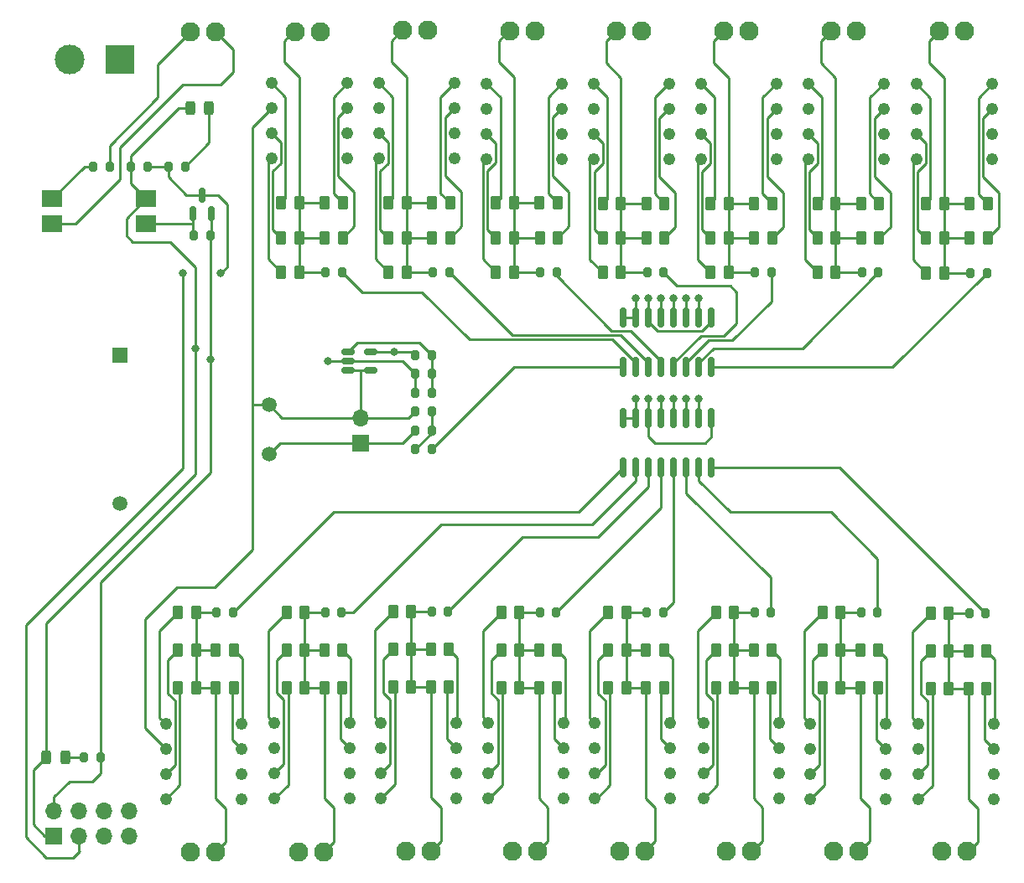
<source format=gbr>
%TF.GenerationSoftware,KiCad,Pcbnew,(6.0.0-0)*%
%TF.CreationDate,2023-01-03T08:47:46+01:00*%
%TF.ProjectId,epanel-energy-monitor,6570616e-656c-42d6-956e-657267792d6d,rev?*%
%TF.SameCoordinates,Original*%
%TF.FileFunction,Copper,L1,Top*%
%TF.FilePolarity,Positive*%
%FSLAX46Y46*%
G04 Gerber Fmt 4.6, Leading zero omitted, Abs format (unit mm)*
G04 Created by KiCad (PCBNEW (6.0.0-0)) date 2023-01-03 08:47:46*
%MOMM*%
%LPD*%
G01*
G04 APERTURE LIST*
G04 Aperture macros list*
%AMRoundRect*
0 Rectangle with rounded corners*
0 $1 Rounding radius*
0 $2 $3 $4 $5 $6 $7 $8 $9 X,Y pos of 4 corners*
0 Add a 4 corners polygon primitive as box body*
4,1,4,$2,$3,$4,$5,$6,$7,$8,$9,$2,$3,0*
0 Add four circle primitives for the rounded corners*
1,1,$1+$1,$2,$3*
1,1,$1+$1,$4,$5*
1,1,$1+$1,$6,$7*
1,1,$1+$1,$8,$9*
0 Add four rect primitives between the rounded corners*
20,1,$1+$1,$2,$3,$4,$5,0*
20,1,$1+$1,$4,$5,$6,$7,0*
20,1,$1+$1,$6,$7,$8,$9,0*
20,1,$1+$1,$8,$9,$2,$3,0*%
G04 Aperture macros list end*
%TA.AperFunction,ComponentPad*%
%ADD10C,1.217000*%
%TD*%
%TA.AperFunction,SMDPad,CuDef*%
%ADD11RoundRect,0.250000X0.262500X0.450000X-0.262500X0.450000X-0.262500X-0.450000X0.262500X-0.450000X0*%
%TD*%
%TA.AperFunction,ComponentPad*%
%ADD12C,1.950000*%
%TD*%
%TA.AperFunction,SMDPad,CuDef*%
%ADD13RoundRect,0.250000X-0.262500X-0.450000X0.262500X-0.450000X0.262500X0.450000X-0.262500X0.450000X0*%
%TD*%
%TA.AperFunction,SMDPad,CuDef*%
%ADD14RoundRect,0.200000X0.200000X0.275000X-0.200000X0.275000X-0.200000X-0.275000X0.200000X-0.275000X0*%
%TD*%
%TA.AperFunction,SMDPad,CuDef*%
%ADD15RoundRect,0.200000X-0.200000X-0.275000X0.200000X-0.275000X0.200000X0.275000X-0.200000X0.275000X0*%
%TD*%
%TA.AperFunction,SMDPad,CuDef*%
%ADD16RoundRect,0.243750X0.243750X0.456250X-0.243750X0.456250X-0.243750X-0.456250X0.243750X-0.456250X0*%
%TD*%
%TA.AperFunction,SMDPad,CuDef*%
%ADD17RoundRect,0.150000X0.150000X-0.825000X0.150000X0.825000X-0.150000X0.825000X-0.150000X-0.825000X0*%
%TD*%
%TA.AperFunction,SMDPad,CuDef*%
%ADD18R,2.000000X1.780000*%
%TD*%
%TA.AperFunction,SMDPad,CuDef*%
%ADD19RoundRect,0.150000X0.150000X-0.587500X0.150000X0.587500X-0.150000X0.587500X-0.150000X-0.587500X0*%
%TD*%
%TA.AperFunction,ComponentPad*%
%ADD20R,1.700000X1.700000*%
%TD*%
%TA.AperFunction,ComponentPad*%
%ADD21O,1.700000X1.700000*%
%TD*%
%TA.AperFunction,ComponentPad*%
%ADD22R,3.000000X3.000000*%
%TD*%
%TA.AperFunction,ComponentPad*%
%ADD23C,3.000000*%
%TD*%
%TA.AperFunction,SMDPad,CuDef*%
%ADD24RoundRect,0.150000X-0.512500X-0.150000X0.512500X-0.150000X0.512500X0.150000X-0.512500X0.150000X0*%
%TD*%
%TA.AperFunction,ComponentPad*%
%ADD25R,1.500000X1.500000*%
%TD*%
%TA.AperFunction,ComponentPad*%
%ADD26C,1.500000*%
%TD*%
%TA.AperFunction,ViaPad*%
%ADD27C,0.800000*%
%TD*%
%TA.AperFunction,Conductor*%
%ADD28C,0.250000*%
%TD*%
G04 APERTURE END LIST*
D10*
%TO.P,S2,1,pos_1*%
%TO.N,Net-(R18-Pad2)*%
X137876000Y-40481400D03*
%TO.P,S2,2,Common*%
%TO.N,/CT Sensor 1/ZERO*%
X137876000Y-43021400D03*
%TO.P,S2,3,pos_2*%
%TO.N,Net-(R19-Pad2)*%
X137876000Y-45561400D03*
%TO.P,S2,4,pos_3*%
%TO.N,Net-(R20-Pad2)*%
X137876000Y-48101400D03*
%TO.P,S2,5,pos_4*%
%TO.N,Net-(R21-Pad2)*%
X145496000Y-40481400D03*
%TO.P,S2,6,pos_5*%
%TO.N,Net-(R22-Pad2)*%
X145496000Y-43021400D03*
%TO.P,S2,7,Common*%
%TO.N,/CT Sensor 1/ZERO*%
X145496000Y-45561400D03*
%TO.P,S2,8,8_NC*%
%TO.N,unconnected-(S2-Pad8)*%
X145496000Y-48101400D03*
%TD*%
D11*
%TO.P,R30,1*%
%TO.N,Net-(J8-Pad1)*%
X162283500Y-52609600D03*
%TO.P,R30,2*%
%TO.N,Net-(R30-Pad2)*%
X160458500Y-52609600D03*
%TD*%
%TO.P,R72,1*%
%TO.N,Net-(J15-Pad1)*%
X152042500Y-93980000D03*
%TO.P,R72,2*%
%TO.N,Net-(R72-Pad2)*%
X150217500Y-93980000D03*
%TD*%
%TO.P,R96,1*%
%TO.N,Net-(J19-Pad1)*%
X195403380Y-94057380D03*
%TO.P,R96,2*%
%TO.N,Net-(R96-Pad2)*%
X193578380Y-94057380D03*
%TD*%
%TO.P,R18,1*%
%TO.N,Net-(J6-Pad1)*%
X140642700Y-52558800D03*
%TO.P,R18,2*%
%TO.N,Net-(R18-Pad2)*%
X138817700Y-52558800D03*
%TD*%
%TO.P,R91,1*%
%TO.N,Net-(J18-Pad1)*%
X184481380Y-97816580D03*
%TO.P,R91,2*%
%TO.N,Net-(R91-Pad2)*%
X182656380Y-97816580D03*
%TD*%
D10*
%TO.P,S11,1,pos_1*%
%TO.N,Net-(R72-Pad2)*%
X148863000Y-105181400D03*
%TO.P,S11,2,Common*%
%TO.N,/CT Sensor 1/ZERO*%
X148863000Y-107721400D03*
%TO.P,S11,3,pos_2*%
%TO.N,Net-(R73-Pad2)*%
X148863000Y-110261400D03*
%TO.P,S11,4,pos_3*%
%TO.N,Net-(R74-Pad2)*%
X148863000Y-112801400D03*
%TO.P,S11,5,pos_4*%
%TO.N,Net-(R75-Pad2)*%
X156483000Y-105181400D03*
%TO.P,S11,6,pos_5*%
%TO.N,Net-(R76-Pad2)*%
X156483000Y-107721400D03*
%TO.P,S11,7,Common*%
%TO.N,/CT Sensor 1/ZERO*%
X156483000Y-110261400D03*
%TO.P,S11,8,8_NC*%
%TO.N,unconnected-(S11-Pad8)*%
X156483000Y-112801400D03*
%TD*%
D11*
%TO.P,R97,1*%
%TO.N,Net-(J19-Pad1)*%
X195403380Y-97867380D03*
%TO.P,R97,2*%
%TO.N,Net-(R97-Pad2)*%
X193578380Y-97867380D03*
%TD*%
D12*
%TO.P,J19,1,Pin_1*%
%TO.N,Net-(J19-Pad1)*%
X197231000Y-118084600D03*
%TO.P,J19,2,Pin_2*%
%TO.N,/CT Sensor 1/ZERO*%
X194691000Y-118084600D03*
%TD*%
D11*
%TO.P,R32,1*%
%TO.N,Net-(J8-Pad1)*%
X162289900Y-59620000D03*
%TO.P,R32,2*%
%TO.N,Net-(R32-Pad2)*%
X160464900Y-59620000D03*
%TD*%
%TO.P,R55,1*%
%TO.N,Net-(J12-Pad1)*%
X119406580Y-97816580D03*
%TO.P,R55,2*%
%TO.N,Net-(R55-Pad2)*%
X117581580Y-97816580D03*
%TD*%
%TO.P,R54,1*%
%TO.N,Net-(J12-Pad1)*%
X119406580Y-94006580D03*
%TO.P,R54,2*%
%TO.N,Net-(R54-Pad2)*%
X117581580Y-94006580D03*
%TD*%
D13*
%TO.P,R34,1*%
%TO.N,Net-(J8-Pad1)*%
X164874900Y-56128000D03*
%TO.P,R34,2*%
%TO.N,Net-(R34-Pad2)*%
X166699900Y-56128000D03*
%TD*%
D14*
%TO.P,R35,1*%
%TO.N,/CT5*%
X177477200Y-59620000D03*
%TO.P,R35,2*%
%TO.N,Net-(J9-Pad1)*%
X175827200Y-59620000D03*
%TD*%
%TO.P,R11,1*%
%TO.N,/CT1*%
X134144800Y-59569200D03*
%TO.P,R11,2*%
%TO.N,Net-(J5-Pad1)*%
X132494800Y-59569200D03*
%TD*%
%TO.P,R9,1*%
%TO.N,Net-(R10-Pad2)*%
X143192000Y-75560000D03*
%TO.P,R9,2*%
%TO.N,Net-(J3-Pad1)*%
X141542000Y-75560000D03*
%TD*%
D11*
%TO.P,R44,1*%
%TO.N,Net-(J10-Pad1)*%
X183981500Y-59620000D03*
%TO.P,R44,2*%
%TO.N,Net-(R44-Pad2)*%
X182156500Y-59620000D03*
%TD*%
D15*
%TO.P,R6,1*%
%TO.N,GND*%
X141542000Y-69850000D03*
%TO.P,R6,2*%
%TO.N,Net-(C1-Pad1)*%
X143192000Y-69850000D03*
%TD*%
D11*
%TO.P,R12,1*%
%TO.N,Net-(J5-Pad1)*%
X129822300Y-52558800D03*
%TO.P,R12,2*%
%TO.N,Net-(R12-Pad2)*%
X127997300Y-52558800D03*
%TD*%
D14*
%TO.P,R8,1*%
%TO.N,Net-(R8-Pad1)*%
X143192000Y-77465000D03*
%TO.P,R8,2*%
%TO.N,Net-(R10-Pad2)*%
X141542000Y-77465000D03*
%TD*%
D12*
%TO.P,J5,1,Pin_1*%
%TO.N,Net-(J5-Pad1)*%
X129438400Y-35257600D03*
%TO.P,J5,2,Pin_2*%
%TO.N,/CT Sensor 1/ZERO*%
X131978400Y-35257600D03*
%TD*%
D14*
%TO.P,R3,1*%
%TO.N,/TIC*%
X114490000Y-48895000D03*
%TO.P,R3,2*%
%TO.N,+3V3*%
X112840000Y-48895000D03*
%TD*%
D11*
%TO.P,R80,1*%
%TO.N,Net-(J16-Pad1)*%
X162840580Y-101626580D03*
%TO.P,R80,2*%
%TO.N,Net-(R80-Pad2)*%
X161015580Y-101626580D03*
%TD*%
D16*
%TO.P,D2,1,K*%
%TO.N,Net-(D2-Pad1)*%
X120723900Y-43027600D03*
%TO.P,D2,2,A*%
%TO.N,+3V3*%
X118848900Y-43027600D03*
%TD*%
D11*
%TO.P,R98,1*%
%TO.N,Net-(J19-Pad1)*%
X195403380Y-101677380D03*
%TO.P,R98,2*%
%TO.N,Net-(R98-Pad2)*%
X193578380Y-101677380D03*
%TD*%
D10*
%TO.P,S3,1,pos_1*%
%TO.N,Net-(R24-Pad2)*%
X148747200Y-40506800D03*
%TO.P,S3,2,Common*%
%TO.N,/CT Sensor 1/ZERO*%
X148747200Y-43046800D03*
%TO.P,S3,3,pos_2*%
%TO.N,Net-(R25-Pad2)*%
X148747200Y-45586800D03*
%TO.P,S3,4,pos_3*%
%TO.N,Net-(R26-Pad2)*%
X148747200Y-48126800D03*
%TO.P,S3,5,pos_4*%
%TO.N,Net-(R27-Pad2)*%
X156367200Y-40506800D03*
%TO.P,S3,6,pos_5*%
%TO.N,Net-(R28-Pad2)*%
X156367200Y-43046800D03*
%TO.P,S3,7,Common*%
%TO.N,/CT Sensor 1/ZERO*%
X156367200Y-45586800D03*
%TO.P,S3,8,8_NC*%
%TO.N,unconnected-(S3-Pad8)*%
X156367200Y-48126800D03*
%TD*%
D11*
%TO.P,R66,1*%
%TO.N,Net-(J14-Pad1)*%
X141148980Y-93904980D03*
%TO.P,R66,2*%
%TO.N,Net-(R66-Pad2)*%
X139323980Y-93904980D03*
%TD*%
%TO.P,R67,1*%
%TO.N,Net-(J14-Pad1)*%
X141148980Y-97714980D03*
%TO.P,R67,2*%
%TO.N,Net-(R67-Pad2)*%
X139323980Y-97714980D03*
%TD*%
%TO.P,R13,1*%
%TO.N,Net-(J5-Pad1)*%
X129828700Y-56077200D03*
%TO.P,R13,2*%
%TO.N,Net-(R13-Pad2)*%
X128003700Y-56077200D03*
%TD*%
D14*
%TO.P,R77,1*%
%TO.N,/CT12*%
X166563080Y-94006580D03*
%TO.P,R77,2*%
%TO.N,Net-(J16-Pad1)*%
X164913080Y-94006580D03*
%TD*%
%TO.P,R29,1*%
%TO.N,/CT4*%
X166606000Y-59620000D03*
%TO.P,R29,2*%
%TO.N,Net-(J8-Pad1)*%
X164956000Y-59620000D03*
%TD*%
D17*
%TO.P,U2,1,CH0*%
%TO.N,Net-(R8-Pad1)*%
X162560000Y-69150000D03*
%TO.P,U2,2,CH1*%
%TO.N,/CT1*%
X163830000Y-69150000D03*
%TO.P,U2,3,CH2*%
%TO.N,/CT2*%
X165100000Y-69150000D03*
%TO.P,U2,4,CH3*%
%TO.N,/CT3*%
X166370000Y-69150000D03*
%TO.P,U2,5,CH4*%
%TO.N,/CT4*%
X167640000Y-69150000D03*
%TO.P,U2,6,CH5*%
%TO.N,/CT5*%
X168910000Y-69150000D03*
%TO.P,U2,7,CH6*%
%TO.N,/CT6*%
X170180000Y-69150000D03*
%TO.P,U2,8,CH7*%
%TO.N,/CT7*%
X171450000Y-69150000D03*
%TO.P,U2,9,DGND*%
%TO.N,GND*%
X171450000Y-64200000D03*
%TO.P,U2,10,~{CS}/SHDN*%
%TO.N,/CS1*%
X170180000Y-64200000D03*
%TO.P,U2,11,Din*%
%TO.N,/MOSI*%
X168910000Y-64200000D03*
%TO.P,U2,12,Dout*%
%TO.N,/MISO*%
X167640000Y-64200000D03*
%TO.P,U2,13,CLK*%
%TO.N,/SCLK*%
X166370000Y-64200000D03*
%TO.P,U2,14,AGND*%
%TO.N,GND*%
X165100000Y-64200000D03*
%TO.P,U2,15,Vref*%
%TO.N,+3V3*%
X163830000Y-64200000D03*
%TO.P,U2,16,Vdd*%
X162560000Y-64200000D03*
%TD*%
D16*
%TO.P,D1,1,K*%
%TO.N,Net-(D1-Pad1)*%
X106195100Y-108610400D03*
%TO.P,D1,2,A*%
%TO.N,+3V3*%
X104320100Y-108610400D03*
%TD*%
D15*
%TO.P,R10,1*%
%TO.N,/CT Sensor 1/ZERO*%
X141542000Y-73655000D03*
%TO.P,R10,2*%
%TO.N,Net-(R10-Pad2)*%
X143192000Y-73655000D03*
%TD*%
D10*
%TO.P,S5,1,pos_1*%
%TO.N,Net-(R36-Pad2)*%
X170388000Y-40506800D03*
%TO.P,S5,2,Common*%
%TO.N,/CT Sensor 1/ZERO*%
X170388000Y-43046800D03*
%TO.P,S5,3,pos_2*%
%TO.N,Net-(R37-Pad2)*%
X170388000Y-45586800D03*
%TO.P,S5,4,pos_3*%
%TO.N,Net-(R38-Pad2)*%
X170388000Y-48126800D03*
%TO.P,S5,5,pos_4*%
%TO.N,Net-(R39-Pad2)*%
X178008000Y-40506800D03*
%TO.P,S5,6,pos_5*%
%TO.N,Net-(R40-Pad2)*%
X178008000Y-43046800D03*
%TO.P,S5,7,Common*%
%TO.N,/CT Sensor 1/ZERO*%
X178008000Y-45586800D03*
%TO.P,S5,8,8_NC*%
%TO.N,unconnected-(S5-Pad8)*%
X178008000Y-48126800D03*
%TD*%
D11*
%TO.P,R86,1*%
%TO.N,Net-(J17-Pad1)*%
X173711780Y-101626580D03*
%TO.P,R86,2*%
%TO.N,Net-(R86-Pad2)*%
X171886780Y-101626580D03*
%TD*%
D12*
%TO.P,J2,1,Pin_1*%
%TO.N,Net-(J2-Pad1)*%
X118872000Y-35308400D03*
%TO.P,J2,2,Pin_2*%
%TO.N,Net-(J2-Pad2)*%
X121412000Y-35308400D03*
%TD*%
D11*
%TO.P,R90,1*%
%TO.N,Net-(J18-Pad1)*%
X184481380Y-94006580D03*
%TO.P,R90,2*%
%TO.N,Net-(R90-Pad2)*%
X182656380Y-94006580D03*
%TD*%
D12*
%TO.P,J13,1,Pin_1*%
%TO.N,Net-(J13-Pad1)*%
X132334000Y-118169600D03*
%TO.P,J13,2,Pin_2*%
%TO.N,/CT Sensor 1/ZERO*%
X129794000Y-118169600D03*
%TD*%
D13*
%TO.P,R99,1*%
%TO.N,Net-(J19-Pad1)*%
X197388380Y-97867380D03*
%TO.P,R99,2*%
%TO.N,Net-(R99-Pad2)*%
X199213380Y-97867380D03*
%TD*%
%TO.P,R51,1*%
%TO.N,Net-(J11-Pad1)*%
X197512300Y-52628800D03*
%TO.P,R51,2*%
%TO.N,Net-(R51-Pad2)*%
X199337300Y-52628800D03*
%TD*%
%TO.P,R52,1*%
%TO.N,Net-(J11-Pad1)*%
X197518700Y-56147200D03*
%TO.P,R52,2*%
%TO.N,Net-(R52-Pad2)*%
X199343700Y-56147200D03*
%TD*%
D10*
%TO.P,S8,1,pos_1*%
%TO.N,Net-(R54-Pad2)*%
X116351000Y-105198000D03*
%TO.P,S8,2,Common*%
%TO.N,/CT Sensor 1/ZERO*%
X116351000Y-107738000D03*
%TO.P,S8,3,pos_2*%
%TO.N,Net-(R55-Pad2)*%
X116351000Y-110278000D03*
%TO.P,S8,4,pos_3*%
%TO.N,Net-(R56-Pad2)*%
X116351000Y-112818000D03*
%TO.P,S8,5,pos_4*%
%TO.N,Net-(R57-Pad2)*%
X123971000Y-105198000D03*
%TO.P,S8,6,pos_5*%
%TO.N,Net-(R58-Pad2)*%
X123971000Y-107738000D03*
%TO.P,S8,7,Common*%
%TO.N,/CT Sensor 1/ZERO*%
X123971000Y-110278000D03*
%TO.P,S8,8,8_NC*%
%TO.N,unconnected-(S8-Pad8)*%
X123971000Y-112818000D03*
%TD*%
D18*
%TO.P,U1,1*%
%TO.N,Net-(R7-Pad2)*%
X104861400Y-52171600D03*
%TO.P,U1,2*%
%TO.N,Net-(J2-Pad2)*%
X104861400Y-54711600D03*
%TO.P,U1,3*%
%TO.N,Net-(Q1-Pad1)*%
X114391400Y-54711600D03*
%TO.P,U1,4*%
%TO.N,+3V3*%
X114391400Y-52171600D03*
%TD*%
D10*
%TO.P,S4,1,pos_1*%
%TO.N,Net-(R30-Pad2)*%
X159567600Y-40506800D03*
%TO.P,S4,2,Common*%
%TO.N,/CT Sensor 1/ZERO*%
X159567600Y-43046800D03*
%TO.P,S4,3,pos_2*%
%TO.N,Net-(R31-Pad2)*%
X159567600Y-45586800D03*
%TO.P,S4,4,pos_3*%
%TO.N,Net-(R32-Pad2)*%
X159567600Y-48126800D03*
%TO.P,S4,5,pos_4*%
%TO.N,Net-(R33-Pad2)*%
X167187600Y-40506800D03*
%TO.P,S4,6,pos_5*%
%TO.N,Net-(R34-Pad2)*%
X167187600Y-43046800D03*
%TO.P,S4,7,Common*%
%TO.N,/CT Sensor 1/ZERO*%
X167187600Y-45586800D03*
%TO.P,S4,8,8_NC*%
%TO.N,unconnected-(S4-Pad8)*%
X167187600Y-48126800D03*
%TD*%
%TO.P,S9,1,pos_1*%
%TO.N,Net-(R60-Pad2)*%
X127298400Y-105156000D03*
%TO.P,S9,2,Common*%
%TO.N,/CT Sensor 1/ZERO*%
X127298400Y-107696000D03*
%TO.P,S9,3,pos_2*%
%TO.N,Net-(R61-Pad2)*%
X127298400Y-110236000D03*
%TO.P,S9,4,pos_3*%
%TO.N,Net-(R62-Pad2)*%
X127298400Y-112776000D03*
%TO.P,S9,5,pos_4*%
%TO.N,Net-(R63-Pad2)*%
X134918400Y-105156000D03*
%TO.P,S9,6,pos_5*%
%TO.N,Net-(R64-Pad2)*%
X134918400Y-107696000D03*
%TO.P,S9,7,Common*%
%TO.N,/CT Sensor 1/ZERO*%
X134918400Y-110236000D03*
%TO.P,S9,8,8_NC*%
%TO.N,unconnected-(S9-Pad8)*%
X134918400Y-112776000D03*
%TD*%
D11*
%TO.P,R84,1*%
%TO.N,Net-(J17-Pad1)*%
X173711780Y-94006580D03*
%TO.P,R84,2*%
%TO.N,Net-(R84-Pad2)*%
X171886780Y-94006580D03*
%TD*%
D19*
%TO.P,Q1,1,G*%
%TO.N,Net-(Q1-Pad1)*%
X119065000Y-53642500D03*
%TO.P,Q1,2,S*%
%TO.N,GND*%
X120965000Y-53642500D03*
%TO.P,Q1,3,D*%
%TO.N,/TIC*%
X120015000Y-51767500D03*
%TD*%
D13*
%TO.P,R22,1*%
%TO.N,Net-(J6-Pad1)*%
X143234100Y-56077200D03*
%TO.P,R22,2*%
%TO.N,Net-(R22-Pad2)*%
X145059100Y-56077200D03*
%TD*%
D11*
%TO.P,R92,1*%
%TO.N,Net-(J18-Pad1)*%
X184481380Y-101626580D03*
%TO.P,R92,2*%
%TO.N,Net-(R92-Pad2)*%
X182656380Y-101626580D03*
%TD*%
D13*
%TO.P,R81,1*%
%TO.N,Net-(J16-Pad1)*%
X164825580Y-97816580D03*
%TO.P,R81,2*%
%TO.N,Net-(R81-Pad2)*%
X166650580Y-97816580D03*
%TD*%
D11*
%TO.P,R25,1*%
%TO.N,Net-(J7-Pad1)*%
X151520300Y-56077200D03*
%TO.P,R25,2*%
%TO.N,Net-(R25-Pad2)*%
X149695300Y-56077200D03*
%TD*%
D14*
%TO.P,R7,1*%
%TO.N,Net-(J2-Pad1)*%
X110680000Y-48895000D03*
%TO.P,R7,2*%
%TO.N,Net-(R7-Pad2)*%
X109030000Y-48895000D03*
%TD*%
D12*
%TO.P,J11,1,Pin_1*%
%TO.N,Net-(J11-Pad1)*%
X194462400Y-35229800D03*
%TO.P,J11,2,Pin_2*%
%TO.N,/CT Sensor 1/ZERO*%
X197002400Y-35229800D03*
%TD*%
D13*
%TO.P,R57,1*%
%TO.N,Net-(J12-Pad1)*%
X121391580Y-97816580D03*
%TO.P,R57,2*%
%TO.N,Net-(R57-Pad2)*%
X123216580Y-97816580D03*
%TD*%
D14*
%TO.P,R17,1*%
%TO.N,/CT2*%
X144965200Y-59569200D03*
%TO.P,R17,2*%
%TO.N,Net-(J6-Pad1)*%
X143315200Y-59569200D03*
%TD*%
D12*
%TO.P,J6,1,Pin_1*%
%TO.N,Net-(J6-Pad1)*%
X140258800Y-35156000D03*
%TO.P,J6,2,Pin_2*%
%TO.N,/CT Sensor 1/ZERO*%
X142798800Y-35156000D03*
%TD*%
%TO.P,J17,1,Pin_1*%
%TO.N,Net-(J17-Pad1)*%
X175514000Y-118084600D03*
%TO.P,J17,2,Pin_2*%
%TO.N,/CT Sensor 1/ZERO*%
X172974000Y-118084600D03*
%TD*%
D11*
%TO.P,R60,1*%
%TO.N,Net-(J13-Pad1)*%
X130379380Y-93955780D03*
%TO.P,R60,2*%
%TO.N,Net-(R60-Pad2)*%
X128554380Y-93955780D03*
%TD*%
D10*
%TO.P,S1,1,pos_1*%
%TO.N,Net-(R12-Pad2)*%
X127055600Y-40481400D03*
%TO.P,S1,2,Common*%
%TO.N,/CT Sensor 1/ZERO*%
X127055600Y-43021400D03*
%TO.P,S1,3,pos_2*%
%TO.N,Net-(R13-Pad2)*%
X127055600Y-45561400D03*
%TO.P,S1,4,pos_3*%
%TO.N,Net-(R14-Pad2)*%
X127055600Y-48101400D03*
%TO.P,S1,5,pos_4*%
%TO.N,Net-(R15-Pad2)*%
X134675600Y-40481400D03*
%TO.P,S1,6,pos_5*%
%TO.N,Net-(R16-Pad2)*%
X134675600Y-43021400D03*
%TO.P,S1,7,Common*%
%TO.N,/CT Sensor 1/ZERO*%
X134675600Y-45561400D03*
%TO.P,S1,8,8_NC*%
%TO.N,unconnected-(S1-Pad8)*%
X134675600Y-48101400D03*
%TD*%
D15*
%TO.P,R2,1*%
%TO.N,/TIC*%
X116650000Y-48895000D03*
%TO.P,R2,2*%
%TO.N,Net-(D2-Pad1)*%
X118300000Y-48895000D03*
%TD*%
D17*
%TO.P,U3,1,CH0*%
%TO.N,/CT8*%
X162560000Y-79310000D03*
%TO.P,U3,2,CH1*%
%TO.N,/CT9*%
X163830000Y-79310000D03*
%TO.P,U3,3,CH2*%
%TO.N,/CT10*%
X165100000Y-79310000D03*
%TO.P,U3,4,CH3*%
%TO.N,/CT11*%
X166370000Y-79310000D03*
%TO.P,U3,5,CH4*%
%TO.N,/CT12*%
X167640000Y-79310000D03*
%TO.P,U3,6,CH5*%
%TO.N,/CT13*%
X168910000Y-79310000D03*
%TO.P,U3,7,CH6*%
%TO.N,/CT14*%
X170180000Y-79310000D03*
%TO.P,U3,8,CH7*%
%TO.N,/CT15*%
X171450000Y-79310000D03*
%TO.P,U3,9,DGND*%
%TO.N,GND*%
X171450000Y-74360000D03*
%TO.P,U3,10,~{CS}/SHDN*%
%TO.N,/CS2*%
X170180000Y-74360000D03*
%TO.P,U3,11,Din*%
%TO.N,/MOSI*%
X168910000Y-74360000D03*
%TO.P,U3,12,Dout*%
%TO.N,/MISO*%
X167640000Y-74360000D03*
%TO.P,U3,13,CLK*%
%TO.N,/SCLK*%
X166370000Y-74360000D03*
%TO.P,U3,14,AGND*%
%TO.N,GND*%
X165100000Y-74360000D03*
%TO.P,U3,15,Vref*%
%TO.N,+3V3*%
X163830000Y-74360000D03*
%TO.P,U3,16,Vdd*%
X162560000Y-74360000D03*
%TD*%
D10*
%TO.P,S14,1,pos_1*%
%TO.N,Net-(R90-Pad2)*%
X181400400Y-105257600D03*
%TO.P,S14,2,Common*%
%TO.N,/CT Sensor 1/ZERO*%
X181400400Y-107797600D03*
%TO.P,S14,3,pos_2*%
%TO.N,Net-(R91-Pad2)*%
X181400400Y-110337600D03*
%TO.P,S14,4,pos_3*%
%TO.N,Net-(R92-Pad2)*%
X181400400Y-112877600D03*
%TO.P,S14,5,pos_4*%
%TO.N,Net-(R93-Pad2)*%
X189020400Y-105257600D03*
%TO.P,S14,6,pos_5*%
%TO.N,Net-(R94-Pad2)*%
X189020400Y-107797600D03*
%TO.P,S14,7,Common*%
%TO.N,/CT Sensor 1/ZERO*%
X189020400Y-110337600D03*
%TO.P,S14,8,8_NC*%
%TO.N,unconnected-(S14-Pad8)*%
X189020400Y-112877600D03*
%TD*%
D11*
%TO.P,R43,1*%
%TO.N,Net-(J10-Pad1)*%
X183981500Y-56128000D03*
%TO.P,R43,2*%
%TO.N,Net-(R43-Pad2)*%
X182156500Y-56128000D03*
%TD*%
D20*
%TO.P,J1,1,Pin_1*%
%TO.N,+3V3*%
X105079800Y-116535200D03*
D21*
%TO.P,J1,2,Pin_2*%
%TO.N,GND*%
X105079800Y-113995200D03*
%TO.P,J1,3,Pin_3*%
%TO.N,/TIC*%
X107619800Y-116535200D03*
%TO.P,J1,4,Pin_4*%
%TO.N,/SCLK*%
X107619800Y-113995200D03*
%TO.P,J1,5,Pin_5*%
%TO.N,/CS1*%
X110159800Y-116535200D03*
%TO.P,J1,6,Pin_6*%
%TO.N,/MISO*%
X110159800Y-113995200D03*
%TO.P,J1,7,Pin_7*%
%TO.N,/CS2*%
X112699800Y-116535200D03*
%TO.P,J1,8,Pin_8*%
%TO.N,/MOSI*%
X112699800Y-113995200D03*
%TD*%
D10*
%TO.P,S12,1,pos_1*%
%TO.N,Net-(R78-Pad2)*%
X159658000Y-105156000D03*
%TO.P,S12,2,Common*%
%TO.N,/CT Sensor 1/ZERO*%
X159658000Y-107696000D03*
%TO.P,S12,3,pos_2*%
%TO.N,Net-(R79-Pad2)*%
X159658000Y-110236000D03*
%TO.P,S12,4,pos_3*%
%TO.N,Net-(R80-Pad2)*%
X159658000Y-112776000D03*
%TO.P,S12,5,pos_4*%
%TO.N,Net-(R81-Pad2)*%
X167278000Y-105156000D03*
%TO.P,S12,6,pos_5*%
%TO.N,Net-(R82-Pad2)*%
X167278000Y-107696000D03*
%TO.P,S12,7,Common*%
%TO.N,/CT Sensor 1/ZERO*%
X167278000Y-110236000D03*
%TO.P,S12,8,8_NC*%
%TO.N,unconnected-(S12-Pad8)*%
X167278000Y-112776000D03*
%TD*%
D14*
%TO.P,R5,1*%
%TO.N,Net-(C1-Pad1)*%
X143192000Y-67945000D03*
%TO.P,R5,2*%
%TO.N,+3V3*%
X141542000Y-67945000D03*
%TD*%
%TO.P,R4,1*%
%TO.N,GND*%
X120840000Y-55880000D03*
%TO.P,R4,2*%
%TO.N,Net-(Q1-Pad1)*%
X119190000Y-55880000D03*
%TD*%
D10*
%TO.P,S15,1,pos_1*%
%TO.N,Net-(R96-Pad2)*%
X192322400Y-105232200D03*
%TO.P,S15,2,Common*%
%TO.N,/CT Sensor 1/ZERO*%
X192322400Y-107772200D03*
%TO.P,S15,3,pos_2*%
%TO.N,Net-(R97-Pad2)*%
X192322400Y-110312200D03*
%TO.P,S15,4,pos_3*%
%TO.N,Net-(R98-Pad2)*%
X192322400Y-112852200D03*
%TO.P,S15,5,pos_4*%
%TO.N,Net-(R99-Pad2)*%
X199942400Y-105232200D03*
%TO.P,S15,6,pos_5*%
%TO.N,Net-(R100-Pad2)*%
X199942400Y-107772200D03*
%TO.P,S15,7,Common*%
%TO.N,/CT Sensor 1/ZERO*%
X199942400Y-110312200D03*
%TO.P,S15,8,8_NC*%
%TO.N,unconnected-(S15-Pad8)*%
X199942400Y-112852200D03*
%TD*%
D11*
%TO.P,R85,1*%
%TO.N,Net-(J17-Pad1)*%
X173711780Y-97816580D03*
%TO.P,R85,2*%
%TO.N,Net-(R85-Pad2)*%
X171886780Y-97816580D03*
%TD*%
%TO.P,R36,1*%
%TO.N,Net-(J9-Pad1)*%
X173154700Y-52609600D03*
%TO.P,R36,2*%
%TO.N,Net-(R36-Pad2)*%
X171329700Y-52609600D03*
%TD*%
%TO.P,R14,1*%
%TO.N,Net-(J5-Pad1)*%
X129828700Y-59569200D03*
%TO.P,R14,2*%
%TO.N,Net-(R14-Pad2)*%
X128003700Y-59569200D03*
%TD*%
D13*
%TO.P,R82,1*%
%TO.N,Net-(J16-Pad1)*%
X164825580Y-101626580D03*
%TO.P,R82,2*%
%TO.N,Net-(R82-Pad2)*%
X166650580Y-101626580D03*
%TD*%
D11*
%TO.P,R62,1*%
%TO.N,Net-(J13-Pad1)*%
X130379380Y-101575780D03*
%TO.P,R62,2*%
%TO.N,Net-(R62-Pad2)*%
X128554380Y-101575780D03*
%TD*%
D13*
%TO.P,R40,1*%
%TO.N,Net-(J9-Pad1)*%
X175746100Y-56128000D03*
%TO.P,R40,2*%
%TO.N,Net-(R40-Pad2)*%
X177571100Y-56128000D03*
%TD*%
D11*
%TO.P,R56,1*%
%TO.N,Net-(J12-Pad1)*%
X119406580Y-101626580D03*
%TO.P,R56,2*%
%TO.N,Net-(R56-Pad2)*%
X117581580Y-101626580D03*
%TD*%
%TO.P,R31,1*%
%TO.N,Net-(J8-Pad1)*%
X162289900Y-56128000D03*
%TO.P,R31,2*%
%TO.N,Net-(R31-Pad2)*%
X160464900Y-56128000D03*
%TD*%
D13*
%TO.P,R28,1*%
%TO.N,Net-(J7-Pad1)*%
X154105300Y-56077200D03*
%TO.P,R28,2*%
%TO.N,Net-(R28-Pad2)*%
X155930300Y-56077200D03*
%TD*%
D11*
%TO.P,R74,1*%
%TO.N,Net-(J15-Pad1)*%
X152042500Y-101600000D03*
%TO.P,R74,2*%
%TO.N,Net-(R74-Pad2)*%
X150217500Y-101600000D03*
%TD*%
%TO.P,R61,1*%
%TO.N,Net-(J13-Pad1)*%
X130379380Y-97765780D03*
%TO.P,R61,2*%
%TO.N,Net-(R61-Pad2)*%
X128554380Y-97765780D03*
%TD*%
D13*
%TO.P,R88,1*%
%TO.N,Net-(J17-Pad1)*%
X175696780Y-101626580D03*
%TO.P,R88,2*%
%TO.N,Net-(R88-Pad2)*%
X177521780Y-101626580D03*
%TD*%
%TO.P,R46,1*%
%TO.N,Net-(J10-Pad1)*%
X186566500Y-56128000D03*
%TO.P,R46,2*%
%TO.N,Net-(R46-Pad2)*%
X188391500Y-56128000D03*
%TD*%
D14*
%TO.P,R83,1*%
%TO.N,/CT13*%
X177434280Y-94006580D03*
%TO.P,R83,2*%
%TO.N,Net-(J17-Pad1)*%
X175784280Y-94006580D03*
%TD*%
D12*
%TO.P,J7,1,Pin_1*%
%TO.N,Net-(J7-Pad1)*%
X151079200Y-35229800D03*
%TO.P,J7,2,Pin_2*%
%TO.N,/CT Sensor 1/ZERO*%
X153619200Y-35229800D03*
%TD*%
D13*
%TO.P,R76,1*%
%TO.N,Net-(J15-Pad1)*%
X154027500Y-101600000D03*
%TO.P,R76,2*%
%TO.N,Net-(R76-Pad2)*%
X155852500Y-101600000D03*
%TD*%
D12*
%TO.P,J14,1,Pin_1*%
%TO.N,Net-(J14-Pad1)*%
X143129000Y-118084600D03*
%TO.P,J14,2,Pin_2*%
%TO.N,/CT Sensor 1/ZERO*%
X140589000Y-118084600D03*
%TD*%
D13*
%TO.P,R94,1*%
%TO.N,Net-(J18-Pad1)*%
X186466380Y-101626580D03*
%TO.P,R94,2*%
%TO.N,Net-(R94-Pad2)*%
X188291380Y-101626580D03*
%TD*%
D14*
%TO.P,R23,1*%
%TO.N,/CT3*%
X155836400Y-59569200D03*
%TO.P,R23,2*%
%TO.N,Net-(J7-Pad1)*%
X154186400Y-59569200D03*
%TD*%
D11*
%TO.P,R68,1*%
%TO.N,Net-(J14-Pad1)*%
X141148980Y-101524980D03*
%TO.P,R68,2*%
%TO.N,Net-(R68-Pad2)*%
X139323980Y-101524980D03*
%TD*%
D13*
%TO.P,R15,1*%
%TO.N,Net-(J5-Pad1)*%
X132407300Y-52558800D03*
%TO.P,R15,2*%
%TO.N,Net-(R15-Pad2)*%
X134232300Y-52558800D03*
%TD*%
D14*
%TO.P,R89,1*%
%TO.N,/CT14*%
X188203880Y-94006580D03*
%TO.P,R89,2*%
%TO.N,Net-(J18-Pad1)*%
X186553880Y-94006580D03*
%TD*%
D20*
%TO.P,J3,1,Pin_1*%
%TO.N,Net-(J3-Pad1)*%
X135987500Y-76835000D03*
D21*
%TO.P,J3,2,Pin_2*%
%TO.N,/CT Sensor 1/ZERO*%
X135987500Y-74295000D03*
%TD*%
D13*
%TO.P,R33,1*%
%TO.N,Net-(J8-Pad1)*%
X164868500Y-52609600D03*
%TO.P,R33,2*%
%TO.N,Net-(R33-Pad2)*%
X166693500Y-52609600D03*
%TD*%
D14*
%TO.P,C1,1*%
%TO.N,Net-(C1-Pad1)*%
X143192000Y-71755000D03*
%TO.P,C1,2*%
%TO.N,GND*%
X141542000Y-71755000D03*
%TD*%
D22*
%TO.P,J4,1,Pin_1*%
%TO.N,Net-(J4-Pad1)*%
X111760000Y-38100000D03*
D23*
%TO.P,J4,2,Pin_2*%
%TO.N,Net-(J4-Pad2)*%
X106680000Y-38100000D03*
%TD*%
D13*
%TO.P,R58,1*%
%TO.N,Net-(J12-Pad1)*%
X121391580Y-101626580D03*
%TO.P,R58,2*%
%TO.N,Net-(R58-Pad2)*%
X123216580Y-101626580D03*
%TD*%
%TO.P,R100,1*%
%TO.N,Net-(J19-Pad1)*%
X197388380Y-101677380D03*
%TO.P,R100,2*%
%TO.N,Net-(R100-Pad2)*%
X199213380Y-101677380D03*
%TD*%
D14*
%TO.P,R71,1*%
%TO.N,/CT11*%
X155765000Y-93980000D03*
%TO.P,R71,2*%
%TO.N,Net-(J15-Pad1)*%
X154115000Y-93980000D03*
%TD*%
D11*
%TO.P,R19,1*%
%TO.N,Net-(J6-Pad1)*%
X140649100Y-56077200D03*
%TO.P,R19,2*%
%TO.N,Net-(R19-Pad2)*%
X138824100Y-56077200D03*
%TD*%
D13*
%TO.P,R64,1*%
%TO.N,Net-(J13-Pad1)*%
X132364380Y-101575780D03*
%TO.P,R64,2*%
%TO.N,Net-(R64-Pad2)*%
X134189380Y-101575780D03*
%TD*%
D11*
%TO.P,R79,1*%
%TO.N,Net-(J16-Pad1)*%
X162840580Y-97816580D03*
%TO.P,R79,2*%
%TO.N,Net-(R79-Pad2)*%
X161015580Y-97816580D03*
%TD*%
D13*
%TO.P,R93,1*%
%TO.N,Net-(J18-Pad1)*%
X186466380Y-97816580D03*
%TO.P,R93,2*%
%TO.N,Net-(R93-Pad2)*%
X188291380Y-97816580D03*
%TD*%
D12*
%TO.P,J15,1,Pin_1*%
%TO.N,Net-(J15-Pad1)*%
X153924000Y-118084600D03*
%TO.P,J15,2,Pin_2*%
%TO.N,/CT Sensor 1/ZERO*%
X151384000Y-118084600D03*
%TD*%
D13*
%TO.P,R45,1*%
%TO.N,Net-(J10-Pad1)*%
X186560100Y-52609600D03*
%TO.P,R45,2*%
%TO.N,Net-(R45-Pad2)*%
X188385100Y-52609600D03*
%TD*%
%TO.P,R39,1*%
%TO.N,Net-(J9-Pad1)*%
X175739700Y-52609600D03*
%TO.P,R39,2*%
%TO.N,Net-(R39-Pad2)*%
X177564700Y-52609600D03*
%TD*%
D11*
%TO.P,R50,1*%
%TO.N,Net-(J11-Pad1)*%
X194933700Y-59639200D03*
%TO.P,R50,2*%
%TO.N,Net-(R50-Pad2)*%
X193108700Y-59639200D03*
%TD*%
%TO.P,R38,1*%
%TO.N,Net-(J9-Pad1)*%
X173161100Y-59620000D03*
%TO.P,R38,2*%
%TO.N,Net-(R38-Pad2)*%
X171336100Y-59620000D03*
%TD*%
D13*
%TO.P,R87,1*%
%TO.N,Net-(J17-Pad1)*%
X175696780Y-97816580D03*
%TO.P,R87,2*%
%TO.N,Net-(R87-Pad2)*%
X177521780Y-97816580D03*
%TD*%
D14*
%TO.P,R1,1*%
%TO.N,GND*%
X109740200Y-108610400D03*
%TO.P,R1,2*%
%TO.N,Net-(D1-Pad1)*%
X108090200Y-108610400D03*
%TD*%
D11*
%TO.P,R24,1*%
%TO.N,Net-(J7-Pad1)*%
X151513900Y-52558800D03*
%TO.P,R24,2*%
%TO.N,Net-(R24-Pad2)*%
X149688900Y-52558800D03*
%TD*%
D13*
%TO.P,R75,1*%
%TO.N,Net-(J15-Pad1)*%
X154027500Y-97790000D03*
%TO.P,R75,2*%
%TO.N,Net-(R75-Pad2)*%
X155852500Y-97790000D03*
%TD*%
D14*
%TO.P,R47,1*%
%TO.N,/CT7*%
X199249800Y-59639200D03*
%TO.P,R47,2*%
%TO.N,Net-(J11-Pad1)*%
X197599800Y-59639200D03*
%TD*%
%TO.P,R95,1*%
%TO.N,/CT15*%
X199125880Y-94057380D03*
%TO.P,R95,2*%
%TO.N,Net-(J19-Pad1)*%
X197475880Y-94057380D03*
%TD*%
D11*
%TO.P,R48,1*%
%TO.N,Net-(J11-Pad1)*%
X194927300Y-52628800D03*
%TO.P,R48,2*%
%TO.N,Net-(R48-Pad2)*%
X193102300Y-52628800D03*
%TD*%
D12*
%TO.P,J12,1,Pin_1*%
%TO.N,Net-(J12-Pad1)*%
X121386600Y-118211600D03*
%TO.P,J12,2,Pin_2*%
%TO.N,/CT Sensor 1/ZERO*%
X118846600Y-118211600D03*
%TD*%
D11*
%TO.P,R37,1*%
%TO.N,Net-(J9-Pad1)*%
X173161100Y-56128000D03*
%TO.P,R37,2*%
%TO.N,Net-(R37-Pad2)*%
X171336100Y-56128000D03*
%TD*%
D12*
%TO.P,J16,1,Pin_1*%
%TO.N,Net-(J16-Pad1)*%
X164719000Y-118084600D03*
%TO.P,J16,2,Pin_2*%
%TO.N,/CT Sensor 1/ZERO*%
X162179000Y-118084600D03*
%TD*%
D14*
%TO.P,R53,1*%
%TO.N,/CT8*%
X123129080Y-94006580D03*
%TO.P,R53,2*%
%TO.N,Net-(J12-Pad1)*%
X121479080Y-94006580D03*
%TD*%
D10*
%TO.P,S13,1,pos_1*%
%TO.N,Net-(R84-Pad2)*%
X170630800Y-105181400D03*
%TO.P,S13,2,Common*%
%TO.N,/CT Sensor 1/ZERO*%
X170630800Y-107721400D03*
%TO.P,S13,3,pos_2*%
%TO.N,Net-(R85-Pad2)*%
X170630800Y-110261400D03*
%TO.P,S13,4,pos_3*%
%TO.N,Net-(R86-Pad2)*%
X170630800Y-112801400D03*
%TO.P,S13,5,pos_4*%
%TO.N,Net-(R87-Pad2)*%
X178250800Y-105181400D03*
%TO.P,S13,6,pos_5*%
%TO.N,Net-(R88-Pad2)*%
X178250800Y-107721400D03*
%TO.P,S13,7,Common*%
%TO.N,/CT Sensor 1/ZERO*%
X178250800Y-110261400D03*
%TO.P,S13,8,8_NC*%
%TO.N,unconnected-(S13-Pad8)*%
X178250800Y-112801400D03*
%TD*%
%TO.P,S7,1,pos_1*%
%TO.N,Net-(R48-Pad2)*%
X192155800Y-40557600D03*
%TO.P,S7,2,Common*%
%TO.N,/CT Sensor 1/ZERO*%
X192155800Y-43097600D03*
%TO.P,S7,3,pos_2*%
%TO.N,Net-(R49-Pad2)*%
X192155800Y-45637600D03*
%TO.P,S7,4,pos_3*%
%TO.N,Net-(R50-Pad2)*%
X192155800Y-48177600D03*
%TO.P,S7,5,pos_4*%
%TO.N,Net-(R51-Pad2)*%
X199775800Y-40557600D03*
%TO.P,S7,6,pos_5*%
%TO.N,Net-(R52-Pad2)*%
X199775800Y-43097600D03*
%TO.P,S7,7,Common*%
%TO.N,/CT Sensor 1/ZERO*%
X199775800Y-45637600D03*
%TO.P,S7,8,8_NC*%
%TO.N,unconnected-(S7-Pad8)*%
X199775800Y-48177600D03*
%TD*%
D13*
%TO.P,R21,1*%
%TO.N,Net-(J6-Pad1)*%
X143227700Y-52558800D03*
%TO.P,R21,2*%
%TO.N,Net-(R21-Pad2)*%
X145052700Y-52558800D03*
%TD*%
D10*
%TO.P,S6,1,pos_1*%
%TO.N,Net-(R42-Pad2)*%
X181208400Y-40506800D03*
%TO.P,S6,2,Common*%
%TO.N,/CT Sensor 1/ZERO*%
X181208400Y-43046800D03*
%TO.P,S6,3,pos_2*%
%TO.N,Net-(R43-Pad2)*%
X181208400Y-45586800D03*
%TO.P,S6,4,pos_3*%
%TO.N,Net-(R44-Pad2)*%
X181208400Y-48126800D03*
%TO.P,S6,5,pos_4*%
%TO.N,Net-(R45-Pad2)*%
X188828400Y-40506800D03*
%TO.P,S6,6,pos_5*%
%TO.N,Net-(R46-Pad2)*%
X188828400Y-43046800D03*
%TO.P,S6,7,Common*%
%TO.N,/CT Sensor 1/ZERO*%
X188828400Y-45586800D03*
%TO.P,S6,8,8_NC*%
%TO.N,unconnected-(S6-Pad8)*%
X188828400Y-48126800D03*
%TD*%
D13*
%TO.P,R27,1*%
%TO.N,Net-(J7-Pad1)*%
X154098900Y-52558800D03*
%TO.P,R27,2*%
%TO.N,Net-(R27-Pad2)*%
X155923900Y-52558800D03*
%TD*%
D14*
%TO.P,R41,1*%
%TO.N,/CT6*%
X188297600Y-59620000D03*
%TO.P,R41,2*%
%TO.N,Net-(J10-Pad1)*%
X186647600Y-59620000D03*
%TD*%
D13*
%TO.P,R70,1*%
%TO.N,Net-(J14-Pad1)*%
X143133980Y-101524980D03*
%TO.P,R70,2*%
%TO.N,Net-(R70-Pad2)*%
X144958980Y-101524980D03*
%TD*%
%TO.P,R63,1*%
%TO.N,Net-(J13-Pad1)*%
X132364380Y-97765780D03*
%TO.P,R63,2*%
%TO.N,Net-(R63-Pad2)*%
X134189380Y-97765780D03*
%TD*%
D12*
%TO.P,J18,1,Pin_1*%
%TO.N,Net-(J18-Pad1)*%
X186309000Y-118084600D03*
%TO.P,J18,2,Pin_2*%
%TO.N,/CT Sensor 1/ZERO*%
X183769000Y-118084600D03*
%TD*%
D11*
%TO.P,R20,1*%
%TO.N,Net-(J6-Pad1)*%
X140649100Y-59569200D03*
%TO.P,R20,2*%
%TO.N,Net-(R20-Pad2)*%
X138824100Y-59569200D03*
%TD*%
D13*
%TO.P,R16,1*%
%TO.N,Net-(J5-Pad1)*%
X132413700Y-56077200D03*
%TO.P,R16,2*%
%TO.N,Net-(R16-Pad2)*%
X134238700Y-56077200D03*
%TD*%
D12*
%TO.P,J9,1,Pin_1*%
%TO.N,Net-(J9-Pad1)*%
X172720000Y-35229800D03*
%TO.P,J9,2,Pin_2*%
%TO.N,/CT Sensor 1/ZERO*%
X175260000Y-35229800D03*
%TD*%
%TO.P,J8,1,Pin_1*%
%TO.N,Net-(J8-Pad1)*%
X161848800Y-35229800D03*
%TO.P,J8,2,Pin_2*%
%TO.N,/CT Sensor 1/ZERO*%
X164388800Y-35229800D03*
%TD*%
D13*
%TO.P,R69,1*%
%TO.N,Net-(J14-Pad1)*%
X143133980Y-97714980D03*
%TO.P,R69,2*%
%TO.N,Net-(R69-Pad2)*%
X144958980Y-97714980D03*
%TD*%
D11*
%TO.P,R42,1*%
%TO.N,Net-(J10-Pad1)*%
X183975100Y-52609600D03*
%TO.P,R42,2*%
%TO.N,Net-(R42-Pad2)*%
X182150100Y-52609600D03*
%TD*%
D14*
%TO.P,R59,1*%
%TO.N,/CT9*%
X134101880Y-93955780D03*
%TO.P,R59,2*%
%TO.N,Net-(J13-Pad1)*%
X132451880Y-93955780D03*
%TD*%
D11*
%TO.P,R73,1*%
%TO.N,Net-(J15-Pad1)*%
X152042500Y-97790000D03*
%TO.P,R73,2*%
%TO.N,Net-(R73-Pad2)*%
X150217500Y-97790000D03*
%TD*%
%TO.P,R26,1*%
%TO.N,Net-(J7-Pad1)*%
X151520300Y-59569200D03*
%TO.P,R26,2*%
%TO.N,Net-(R26-Pad2)*%
X149695300Y-59569200D03*
%TD*%
D24*
%TO.P,U4,1,+*%
%TO.N,Net-(C1-Pad1)*%
X134752500Y-67630000D03*
%TO.P,U4,2,V-*%
%TO.N,GND*%
X134752500Y-68580000D03*
%TO.P,U4,3,-*%
%TO.N,/CT Sensor 1/ZERO*%
X134752500Y-69530000D03*
%TO.P,U4,4*%
X137027500Y-69530000D03*
%TO.P,U4,5,V+*%
%TO.N,+3V3*%
X137027500Y-67630000D03*
%TD*%
D11*
%TO.P,R78,1*%
%TO.N,Net-(J16-Pad1)*%
X162840580Y-94006580D03*
%TO.P,R78,2*%
%TO.N,Net-(R78-Pad2)*%
X161015580Y-94006580D03*
%TD*%
D14*
%TO.P,R65,1*%
%TO.N,/CT10*%
X144871480Y-93904980D03*
%TO.P,R65,2*%
%TO.N,Net-(J14-Pad1)*%
X143221480Y-93904980D03*
%TD*%
D25*
%TO.P,T1,1,AA*%
%TO.N,Net-(J4-Pad1)*%
X111760000Y-67945000D03*
D26*
%TO.P,T1,2,AB*%
%TO.N,Net-(J4-Pad2)*%
X111760000Y-82945000D03*
%TO.P,T1,3,SA*%
%TO.N,/CT Sensor 1/ZERO*%
X126760000Y-72945000D03*
%TO.P,T1,4,SB*%
%TO.N,Net-(J3-Pad1)*%
X126760000Y-77945000D03*
%TD*%
D11*
%TO.P,R49,1*%
%TO.N,Net-(J11-Pad1)*%
X194933700Y-56147200D03*
%TO.P,R49,2*%
%TO.N,Net-(R49-Pad2)*%
X193108700Y-56147200D03*
%TD*%
D10*
%TO.P,S10,1,pos_1*%
%TO.N,Net-(R66-Pad2)*%
X138068000Y-105156000D03*
%TO.P,S10,2,Common*%
%TO.N,/CT Sensor 1/ZERO*%
X138068000Y-107696000D03*
%TO.P,S10,3,pos_2*%
%TO.N,Net-(R67-Pad2)*%
X138068000Y-110236000D03*
%TO.P,S10,4,pos_3*%
%TO.N,Net-(R68-Pad2)*%
X138068000Y-112776000D03*
%TO.P,S10,5,pos_4*%
%TO.N,Net-(R69-Pad2)*%
X145688000Y-105156000D03*
%TO.P,S10,6,pos_5*%
%TO.N,Net-(R70-Pad2)*%
X145688000Y-107696000D03*
%TO.P,S10,7,Common*%
%TO.N,/CT Sensor 1/ZERO*%
X145688000Y-110236000D03*
%TO.P,S10,8,8_NC*%
%TO.N,unconnected-(S10-Pad8)*%
X145688000Y-112776000D03*
%TD*%
D12*
%TO.P,J10,1,Pin_1*%
%TO.N,Net-(J10-Pad1)*%
X183540400Y-35229800D03*
%TO.P,J10,2,Pin_2*%
%TO.N,/CT Sensor 1/ZERO*%
X186080400Y-35229800D03*
%TD*%
D27*
%TO.N,GND*%
X120840000Y-68390000D03*
X165100000Y-72390000D03*
X132715000Y-68580000D03*
X165100000Y-62230000D03*
%TO.N,+3V3*%
X119380000Y-67310000D03*
X139380000Y-67630000D03*
X163830000Y-72390000D03*
X163830000Y-62230000D03*
%TO.N,/TIC*%
X118110000Y-59690000D03*
X121920000Y-59690000D03*
%TO.N,/SCLK*%
X166370000Y-62230000D03*
X166370000Y-72390000D03*
%TO.N,/CS1*%
X170180000Y-62230000D03*
%TO.N,/MISO*%
X167640000Y-62230000D03*
X167640000Y-72390000D03*
%TO.N,/CS2*%
X170180000Y-72390000D03*
%TO.N,/MOSI*%
X168910000Y-62230000D03*
X168910000Y-72390000D03*
%TD*%
D28*
%TO.N,GND*%
X171450000Y-64200000D02*
X171450000Y-64576072D01*
X105079800Y-112598200D02*
X106629200Y-111048800D01*
X170815000Y-76835000D02*
X171450000Y-76200000D01*
X166023448Y-65499520D02*
X165100000Y-64576072D01*
X120840000Y-79820000D02*
X120840000Y-68390000D01*
X108915200Y-111048800D02*
X109740200Y-110223800D01*
X171450000Y-64576072D02*
X170526552Y-65499520D01*
X109740200Y-110223800D02*
X109740200Y-108610400D01*
X165100000Y-64200000D02*
X165100000Y-62230000D01*
X140272000Y-68580000D02*
X134752500Y-68580000D01*
X132715000Y-68580000D02*
X134752500Y-68580000D01*
X165100000Y-74360000D02*
X165100000Y-76200000D01*
X165735000Y-76835000D02*
X170815000Y-76835000D01*
X106629200Y-111048800D02*
X108915200Y-111048800D01*
X120965000Y-55755000D02*
X120840000Y-55880000D01*
X141542000Y-71755000D02*
X141542000Y-69850000D01*
X109740200Y-108610400D02*
X109740200Y-90919800D01*
X170526552Y-65499520D02*
X166023448Y-65499520D01*
X171450000Y-76200000D02*
X171450000Y-74360000D01*
X109740200Y-90919800D02*
X120840000Y-79820000D01*
X165100000Y-72390000D02*
X165100000Y-74360000D01*
X105079800Y-113995200D02*
X105079800Y-112598200D01*
X165100000Y-76200000D02*
X165735000Y-76835000D01*
X120965000Y-53642500D02*
X120965000Y-55755000D01*
X120840000Y-68390000D02*
X120840000Y-55880000D01*
X140272000Y-68580000D02*
X141542000Y-69850000D01*
X165100000Y-64576072D02*
X165100000Y-64200000D01*
%TO.N,Net-(D2-Pad1)*%
X120723900Y-46471100D02*
X118300000Y-48895000D01*
X120723900Y-43027600D02*
X120723900Y-46471100D01*
%TO.N,+3V3*%
X163830000Y-72390000D02*
X163830000Y-74360000D01*
X117627400Y-43027600D02*
X112840000Y-47815000D01*
X104320100Y-95069900D02*
X119380000Y-80010000D01*
X163830000Y-74360000D02*
X162560000Y-74360000D01*
X112840000Y-48895000D02*
X112840000Y-50610000D01*
X112395000Y-54168000D02*
X112395000Y-55880000D01*
X163830000Y-64200000D02*
X162560000Y-64200000D01*
X103022400Y-109908100D02*
X104320100Y-108610400D01*
X116840000Y-56515000D02*
X119380000Y-59055000D01*
X163830000Y-64200000D02*
X163830000Y-62230000D01*
X118848900Y-43027600D02*
X117627400Y-43027600D01*
X141227000Y-67630000D02*
X141542000Y-67945000D01*
X103022400Y-115417600D02*
X103022400Y-109908100D01*
X113030000Y-56515000D02*
X116840000Y-56515000D01*
X112840000Y-47815000D02*
X112840000Y-48895000D01*
X137027500Y-67630000D02*
X139380000Y-67630000D01*
X119380000Y-59055000D02*
X119380000Y-67310000D01*
X105079800Y-116535200D02*
X104140000Y-116535200D01*
X112840000Y-50610000D02*
X114391400Y-52161400D01*
X104320100Y-108610400D02*
X104320100Y-95069900D01*
X104140000Y-116535200D02*
X103022400Y-115417600D01*
X119380000Y-80010000D02*
X119380000Y-67310000D01*
X114391400Y-52161400D02*
X114391400Y-52171600D01*
X114391400Y-52171600D02*
X112395000Y-54168000D01*
X139380000Y-67630000D02*
X141227000Y-67630000D01*
X112395000Y-55880000D02*
X113030000Y-56515000D01*
%TO.N,/TIC*%
X104292400Y-118770400D02*
X102209600Y-116687600D01*
X120015000Y-51767500D02*
X118442500Y-51767500D01*
X104292400Y-118770400D02*
X106984800Y-118770400D01*
X118442500Y-51767500D02*
X116650000Y-49975000D01*
X107619800Y-117983000D02*
X107696000Y-118059200D01*
X107619800Y-116535200D02*
X107619800Y-117983000D01*
X121920000Y-59690000D02*
X122555000Y-59055000D01*
X116650000Y-49975000D02*
X116650000Y-48895000D01*
X118110000Y-79375000D02*
X118110000Y-59690000D01*
X122555000Y-52705000D02*
X121617500Y-51767500D01*
X121617500Y-51767500D02*
X120015000Y-51767500D01*
X102209600Y-95275400D02*
X118110000Y-79375000D01*
X102209600Y-116687600D02*
X102209600Y-95275400D01*
X107696000Y-118059200D02*
X106984800Y-118770400D01*
X116650000Y-48895000D02*
X114490000Y-48895000D01*
X122555000Y-59055000D02*
X122555000Y-52705000D01*
%TO.N,/SCLK*%
X166370000Y-64200000D02*
X166370000Y-62230000D01*
X166370000Y-72390000D02*
X166370000Y-74360000D01*
%TO.N,/CS1*%
X170180000Y-62230000D02*
X170180000Y-64200000D01*
%TO.N,/MISO*%
X167640000Y-64200000D02*
X167640000Y-62230000D01*
X167640000Y-74360000D02*
X167640000Y-72390000D01*
%TO.N,/CS2*%
X170180000Y-72390000D02*
X170180000Y-74360000D01*
%TO.N,Net-(J3-Pad1)*%
X127870000Y-76835000D02*
X126760000Y-77945000D01*
X140237500Y-76835000D02*
X135987500Y-76835000D01*
X141512500Y-75560000D02*
X140237500Y-76835000D01*
X135987500Y-76835000D02*
X127870000Y-76835000D01*
%TO.N,/MOSI*%
X168910000Y-64200000D02*
X168910000Y-62230000D01*
X168910000Y-72390000D02*
X168910000Y-74360000D01*
%TO.N,Net-(C1-Pad1)*%
X143192000Y-71755000D02*
X143192000Y-69850000D01*
X134752500Y-67630000D02*
X135707500Y-66675000D01*
X141922000Y-66675000D02*
X143192000Y-67945000D01*
X143192000Y-69850000D02*
X143192000Y-67945000D01*
X135707500Y-66675000D02*
X141922000Y-66675000D01*
%TO.N,Net-(D1-Pad1)*%
X106195100Y-108610400D02*
X108090200Y-108610400D01*
%TO.N,Net-(J2-Pad1)*%
X115570000Y-41910000D02*
X110680000Y-46800000D01*
X118872000Y-35308400D02*
X115570000Y-38610400D01*
X115570000Y-38610400D02*
X115570000Y-41910000D01*
X110680000Y-46800000D02*
X110680000Y-48895000D01*
%TO.N,Net-(J2-Pad2)*%
X121412000Y-35308400D02*
X123190000Y-37086400D01*
X111760000Y-46990000D02*
X111760000Y-50165000D01*
X107213400Y-54711600D02*
X104861400Y-54711600D01*
X111760000Y-50165000D02*
X107213400Y-54711600D01*
X121920000Y-40640000D02*
X118110000Y-40640000D01*
X123190000Y-37086400D02*
X123190000Y-39370000D01*
X123190000Y-39370000D02*
X121920000Y-40640000D01*
X118110000Y-40640000D02*
X111760000Y-46990000D01*
%TO.N,Net-(R8-Pad1)*%
X151507000Y-69150000D02*
X143192000Y-77465000D01*
X162560000Y-69150000D02*
X151507000Y-69150000D01*
%TO.N,/CT Sensor 1/ZERO*%
X135987500Y-69561500D02*
X135956000Y-69530000D01*
X134752500Y-69530000D02*
X135956000Y-69530000D01*
X135987500Y-74295000D02*
X135987500Y-69561500D01*
X116351000Y-107738000D02*
X114300000Y-105687000D01*
X121285000Y-91440000D02*
X125095000Y-87630000D01*
X141512500Y-73655000D02*
X140872500Y-74295000D01*
X125095000Y-87630000D02*
X125095000Y-73025000D01*
X125175000Y-72945000D02*
X125095000Y-73025000D01*
X127055600Y-43021400D02*
X125095000Y-44982000D01*
X114300000Y-94615000D02*
X117475000Y-91440000D01*
X135987500Y-74295000D02*
X128110000Y-74295000D01*
X140872500Y-74295000D02*
X135987500Y-74295000D01*
X126760000Y-72945000D02*
X125175000Y-72945000D01*
X114300000Y-105687000D02*
X114300000Y-94615000D01*
X125095000Y-44982000D02*
X125095000Y-73025000D01*
X117475000Y-91440000D02*
X121285000Y-91440000D01*
X128110000Y-74295000D02*
X126760000Y-72945000D01*
X135956000Y-69530000D02*
X137027500Y-69530000D01*
%TO.N,Net-(J5-Pad1)*%
X129357400Y-35159800D02*
X128332879Y-36184321D01*
X132407300Y-52558800D02*
X129822300Y-52558800D01*
X132494800Y-59569200D02*
X129828700Y-59569200D01*
X128332879Y-36184321D02*
X128332879Y-38377079D01*
X132413700Y-56077200D02*
X129828700Y-56077200D01*
X129828700Y-52565200D02*
X129822300Y-52558800D01*
X129822300Y-39866500D02*
X129822300Y-52558800D01*
X128332879Y-38377079D02*
X129822300Y-39866500D01*
X129828700Y-59569200D02*
X129828700Y-56077200D01*
X129828700Y-56077200D02*
X129828700Y-52565200D01*
%TO.N,Net-(J6-Pad1)*%
X140649100Y-56077200D02*
X140649100Y-52565200D01*
X143315200Y-59569200D02*
X140649100Y-59569200D01*
X140177800Y-35159800D02*
X139153279Y-36184321D01*
X140649100Y-52565200D02*
X140642700Y-52558800D01*
X139153279Y-38377079D02*
X140642700Y-39866500D01*
X143234100Y-56077200D02*
X140649100Y-56077200D01*
X143227700Y-52558800D02*
X140642700Y-52558800D01*
X140649100Y-59569200D02*
X140649100Y-56077200D01*
X139153279Y-36184321D02*
X139153279Y-38377079D01*
X140642700Y-39866500D02*
X140642700Y-52558800D01*
%TO.N,Net-(J7-Pad1)*%
X151049000Y-35159800D02*
X150024479Y-36184321D01*
X150024479Y-36184321D02*
X150024479Y-38377079D01*
X151520300Y-52565200D02*
X151513900Y-52558800D01*
X151513900Y-39866500D02*
X151513900Y-52558800D01*
X150024479Y-38377079D02*
X151513900Y-39866500D01*
X151520300Y-56077200D02*
X151520300Y-52565200D01*
X154105300Y-56077200D02*
X151520300Y-56077200D01*
X154098900Y-52558800D02*
X151513900Y-52558800D01*
X151520300Y-59569200D02*
X151520300Y-56077200D01*
X154186400Y-59569200D02*
X151520300Y-59569200D01*
%TO.N,Net-(J8-Pad1)*%
X162289900Y-56128000D02*
X162289900Y-52616000D01*
X164956000Y-59620000D02*
X162289900Y-59620000D01*
X162283500Y-39917300D02*
X162283500Y-52609600D01*
X164868500Y-52609600D02*
X162283500Y-52609600D01*
X161818600Y-35210600D02*
X160794079Y-36235121D01*
X162289900Y-52616000D02*
X162283500Y-52609600D01*
X160794079Y-38427879D02*
X162283500Y-39917300D01*
X160794079Y-36235121D02*
X160794079Y-38427879D01*
X164874900Y-56128000D02*
X162289900Y-56128000D01*
X162289900Y-59620000D02*
X162289900Y-56128000D01*
%TO.N,Net-(J9-Pad1)*%
X171665279Y-38427879D02*
X173154700Y-39917300D01*
X175739700Y-52609600D02*
X173154700Y-52609600D01*
X175746100Y-56128000D02*
X173161100Y-56128000D01*
X173154700Y-39917300D02*
X173154700Y-52609600D01*
X173161100Y-59620000D02*
X173161100Y-56128000D01*
X175827200Y-59620000D02*
X173161100Y-59620000D01*
X172689800Y-35210600D02*
X171665279Y-36235121D01*
X173161100Y-56128000D02*
X173161100Y-52616000D01*
X173161100Y-52616000D02*
X173154700Y-52609600D01*
X171665279Y-36235121D02*
X171665279Y-38427879D01*
%TO.N,Net-(J10-Pad1)*%
X183981500Y-56128000D02*
X183981500Y-52616000D01*
X186647600Y-59620000D02*
X183981500Y-59620000D01*
X183981500Y-52616000D02*
X183975100Y-52609600D01*
X182485679Y-36235121D02*
X182485679Y-38427879D01*
X182485679Y-38427879D02*
X183975100Y-39917300D01*
X183510200Y-35210600D02*
X182485679Y-36235121D01*
X183981500Y-59620000D02*
X183981500Y-56128000D01*
X186560100Y-52609600D02*
X183975100Y-52609600D01*
X183975100Y-39917300D02*
X183975100Y-52609600D01*
X186566500Y-56128000D02*
X183981500Y-56128000D01*
%TO.N,Net-(J11-Pad1)*%
X194933700Y-52635200D02*
X194927300Y-52628800D01*
X194462400Y-35229800D02*
X193437879Y-36254321D01*
X197518700Y-56147200D02*
X194933700Y-56147200D01*
X194933700Y-56147200D02*
X194933700Y-52635200D01*
X194927300Y-39936500D02*
X194927300Y-52628800D01*
X193437879Y-36254321D02*
X193437879Y-38447079D01*
X197599800Y-59639200D02*
X194933700Y-59639200D01*
X194933700Y-59639200D02*
X194933700Y-56147200D01*
X193437879Y-38447079D02*
X194927300Y-39936500D01*
X197512300Y-52628800D02*
X194927300Y-52628800D01*
%TO.N,Net-(J12-Pad1)*%
X121479080Y-94006580D02*
X119406580Y-94006580D01*
X122411121Y-117187079D02*
X122411121Y-113798621D01*
X121391580Y-97816580D02*
X119406580Y-97816580D01*
X121391580Y-112779080D02*
X121391580Y-101626580D01*
X119406580Y-94006580D02*
X119406580Y-97816580D01*
X119406580Y-97816580D02*
X119406580Y-101626580D01*
X121386600Y-118211600D02*
X122411121Y-117187079D01*
X122411121Y-113798621D02*
X121391580Y-112779080D01*
X121391580Y-101626580D02*
X119406580Y-101626580D01*
%TO.N,Net-(J13-Pad1)*%
X132364380Y-97765780D02*
X130379380Y-97765780D01*
X132364380Y-112728280D02*
X133358521Y-113722421D01*
X130379380Y-93955780D02*
X130379380Y-97765780D01*
X133358521Y-113722421D02*
X133358521Y-117145079D01*
X132364380Y-112728280D02*
X132364380Y-101575780D01*
X132364380Y-101575780D02*
X130379380Y-101575780D01*
X133358521Y-117145079D02*
X132334000Y-118169600D01*
X132451880Y-93955780D02*
X130379380Y-93955780D01*
X130379380Y-97765780D02*
X130379380Y-101575780D01*
%TO.N,Net-(J14-Pad1)*%
X143133980Y-97714980D02*
X141148980Y-97714980D01*
X144153521Y-113697021D02*
X144153521Y-117060079D01*
X143221480Y-93904980D02*
X141148980Y-93904980D01*
X141148980Y-93904980D02*
X141148980Y-97714980D01*
X143133980Y-112677480D02*
X144153521Y-113697021D01*
X141148980Y-97714980D02*
X141148980Y-101524980D01*
X143133980Y-101524980D02*
X141148980Y-101524980D01*
X143133980Y-112677480D02*
X143133980Y-101524980D01*
X144153521Y-117060079D02*
X143129000Y-118084600D01*
%TO.N,Net-(J15-Pad1)*%
X154027500Y-112752500D02*
X154027500Y-101600000D01*
X152042500Y-93980000D02*
X152042500Y-97790000D01*
X154027500Y-101600000D02*
X152042500Y-101600000D01*
X153924000Y-118084600D02*
X154948521Y-117060079D01*
X154948521Y-117060079D02*
X154948521Y-113673521D01*
X152042500Y-97790000D02*
X152042500Y-101600000D01*
X154948521Y-113673521D02*
X154027500Y-112752500D01*
X154027500Y-97790000D02*
X152042500Y-97790000D01*
X154115000Y-93980000D02*
X152042500Y-93980000D01*
%TO.N,Net-(J16-Pad1)*%
X165746601Y-113700101D02*
X164825580Y-112779080D01*
X165746601Y-117086659D02*
X165746601Y-113700101D01*
X164825580Y-101626580D02*
X162840580Y-101626580D01*
X164825580Y-112779080D02*
X164825580Y-101626580D01*
X164913080Y-94006580D02*
X162840580Y-94006580D01*
X164722080Y-118111180D02*
X165746601Y-117086659D01*
X162840580Y-94006580D02*
X162840580Y-97816580D01*
X162840580Y-97816580D02*
X162840580Y-101626580D01*
X164825580Y-97816580D02*
X162840580Y-97816580D01*
%TO.N,Net-(J17-Pad1)*%
X175696780Y-112779080D02*
X175696780Y-101626580D01*
X175696780Y-101626580D02*
X173711780Y-101626580D01*
X176617801Y-117086659D02*
X176617801Y-113700101D01*
X173711780Y-94006580D02*
X173711780Y-97816580D01*
X173711780Y-97816580D02*
X173711780Y-101626580D01*
X175696780Y-97816580D02*
X173711780Y-97816580D01*
X176617801Y-113700101D02*
X175696780Y-112779080D01*
X175784280Y-94006580D02*
X173711780Y-94006580D01*
X175593280Y-118111180D02*
X176617801Y-117086659D01*
%TO.N,Net-(J18-Pad1)*%
X184481380Y-97816580D02*
X184481380Y-101626580D01*
X186466380Y-112779080D02*
X186466380Y-101626580D01*
X186466380Y-97816580D02*
X184481380Y-97816580D01*
X187387401Y-117086659D02*
X187387401Y-113700101D01*
X186466380Y-101626580D02*
X184481380Y-101626580D01*
X184481380Y-94006580D02*
X184481380Y-97816580D01*
X186553880Y-94006580D02*
X184481380Y-94006580D01*
X187387401Y-113700101D02*
X186466380Y-112779080D01*
X186362880Y-118111180D02*
X187387401Y-117086659D01*
%TO.N,Net-(J19-Pad1)*%
X198309401Y-117137459D02*
X198309401Y-113750901D01*
X197284880Y-118161980D02*
X198309401Y-117137459D01*
X197475880Y-94057380D02*
X195403380Y-94057380D01*
X195403380Y-97867380D02*
X195403380Y-101677380D01*
X198309401Y-113750901D02*
X197388380Y-112829880D01*
X195403380Y-94057380D02*
X195403380Y-97867380D01*
X197388380Y-101677380D02*
X195403380Y-101677380D01*
X197388380Y-97867380D02*
X195403380Y-97867380D01*
X197388380Y-112829880D02*
X197388380Y-101677380D01*
%TO.N,Net-(R10-Pad2)*%
X143192000Y-73655000D02*
X143192000Y-75560000D01*
X143192000Y-75560000D02*
X143192000Y-75815000D01*
X143192000Y-75815000D02*
X141542000Y-77465000D01*
%TO.N,Net-(Q1-Pad1)*%
X114391400Y-54711600D02*
X119004000Y-54711600D01*
X119065000Y-53642500D02*
X119065000Y-54772600D01*
X119065000Y-54772600D02*
X119065000Y-55755000D01*
X119065000Y-55755000D02*
X119190000Y-55880000D01*
X119004000Y-54711600D02*
X119065000Y-54772600D01*
%TO.N,Net-(R16-Pad2)*%
X133737789Y-49877989D02*
X135351800Y-51492000D01*
X135351800Y-54964100D02*
X134238700Y-56077200D01*
X135351800Y-51492000D02*
X135351800Y-54964100D01*
X134670800Y-43027600D02*
X133737789Y-43960611D01*
X133737789Y-43960611D02*
X133737789Y-49877989D01*
%TO.N,Net-(R22-Pad2)*%
X144558189Y-49877989D02*
X146172200Y-51492000D01*
X146172200Y-54964100D02*
X145059100Y-56077200D01*
X144558189Y-43960611D02*
X144558189Y-49877989D01*
X145491200Y-43027600D02*
X144558189Y-43960611D01*
X146172200Y-51492000D02*
X146172200Y-54964100D01*
%TO.N,Net-(R28-Pad2)*%
X155429389Y-43960611D02*
X155429389Y-49877989D01*
X155429389Y-49877989D02*
X157043400Y-51492000D01*
X156362400Y-43027600D02*
X155429389Y-43960611D01*
X157043400Y-54964100D02*
X155930300Y-56077200D01*
X157043400Y-51492000D02*
X157043400Y-54964100D01*
%TO.N,Net-(R7-Pad2)*%
X104861400Y-52171600D02*
X108138000Y-48895000D01*
X108138000Y-48895000D02*
X109030000Y-48895000D01*
%TO.N,/CT1*%
X161454632Y-66398560D02*
X147043560Y-66398560D01*
X147043560Y-66398560D02*
X142240000Y-61595000D01*
X163830000Y-68773928D02*
X161454632Y-66398560D01*
X142240000Y-61595000D02*
X136170600Y-61595000D01*
X136170600Y-61595000D02*
X134144800Y-59569200D01*
X163830000Y-69150000D02*
X163830000Y-68773928D01*
%TO.N,Net-(R34-Pad2)*%
X167132000Y-43078400D02*
X166198989Y-44011411D01*
X166198989Y-49928789D02*
X167813000Y-51542800D01*
X167813000Y-51542800D02*
X167813000Y-55014900D01*
X166198989Y-44011411D02*
X166198989Y-49928789D01*
X167813000Y-55014900D02*
X166699900Y-56128000D01*
%TO.N,Net-(R12-Pad2)*%
X128438131Y-41863931D02*
X127055600Y-40481400D01*
X128438131Y-52117969D02*
X128438131Y-41863931D01*
X127997300Y-52558800D02*
X128438131Y-52117969D01*
%TO.N,Net-(R13-Pad2)*%
X127160280Y-55233780D02*
X127160280Y-49371120D01*
X128003700Y-56077200D02*
X127160280Y-55233780D01*
X127988611Y-48542789D02*
X127988611Y-46494411D01*
X127988611Y-46494411D02*
X127055600Y-45561400D01*
X127160280Y-49371120D02*
X127988611Y-48542789D01*
%TO.N,Net-(R14-Pad2)*%
X126710760Y-48447640D02*
X127050800Y-48107600D01*
X126710760Y-58276260D02*
X126710760Y-48447640D01*
X128003700Y-59569200D02*
X126710760Y-58276260D01*
%TO.N,Net-(R15-Pad2)*%
X133288269Y-51614769D02*
X133288269Y-41870131D01*
X133288269Y-41870131D02*
X134670800Y-40487600D01*
X134232300Y-52558800D02*
X133288269Y-51614769D01*
%TO.N,/CT2*%
X162275112Y-65949040D02*
X151345040Y-65949040D01*
X165100000Y-68773928D02*
X162275112Y-65949040D01*
X165100000Y-69150000D02*
X165100000Y-68773928D01*
X151345040Y-65949040D02*
X144965200Y-59569200D01*
%TO.N,Net-(R40-Pad2)*%
X178684200Y-51542800D02*
X178684200Y-55014900D01*
X178684200Y-55014900D02*
X177571100Y-56128000D01*
X177070189Y-44011411D02*
X177070189Y-49928789D01*
X177070189Y-49928789D02*
X178684200Y-51542800D01*
X178003200Y-43078400D02*
X177070189Y-44011411D01*
%TO.N,Net-(R18-Pad2)*%
X137876000Y-40481400D02*
X139258531Y-41863931D01*
X139258531Y-41863931D02*
X139258531Y-52117969D01*
X139258531Y-52117969D02*
X138817700Y-52558800D01*
%TO.N,Net-(R19-Pad2)*%
X137980680Y-55233780D02*
X137980680Y-49371120D01*
X138809011Y-48542789D02*
X138809011Y-46494411D01*
X138809011Y-46494411D02*
X137876000Y-45561400D01*
X138824100Y-56077200D02*
X137980680Y-55233780D01*
X137980680Y-49371120D02*
X138809011Y-48542789D01*
%TO.N,Net-(R20-Pad2)*%
X137531160Y-58276260D02*
X137531160Y-48447640D01*
X138824100Y-59569200D02*
X137531160Y-58276260D01*
X137531160Y-48447640D02*
X137871200Y-48107600D01*
%TO.N,Net-(R21-Pad2)*%
X144108669Y-41870131D02*
X145491200Y-40487600D01*
X145052700Y-52558800D02*
X144108669Y-51614769D01*
X144108669Y-51614769D02*
X144108669Y-41870131D01*
%TO.N,/CT3*%
X166370000Y-69150000D02*
X166370000Y-68580000D01*
X161384520Y-65499520D02*
X155836400Y-59951400D01*
X166370000Y-68580000D02*
X163289520Y-65499520D01*
X155836400Y-59951400D02*
X155836400Y-59569200D01*
X163289520Y-65499520D02*
X161384520Y-65499520D01*
%TO.N,Net-(R46-Pad2)*%
X189504600Y-51542800D02*
X189504600Y-55014900D01*
X188823600Y-43078400D02*
X187890589Y-44011411D01*
X189504600Y-55014900D02*
X188391500Y-56128000D01*
X187890589Y-44011411D02*
X187890589Y-49928789D01*
X187890589Y-49928789D02*
X189504600Y-51542800D01*
%TO.N,Net-(R24-Pad2)*%
X148747200Y-40506800D02*
X150129731Y-41889331D01*
X150129731Y-41889331D02*
X150129731Y-52117969D01*
X150129731Y-52117969D02*
X149688900Y-52558800D01*
%TO.N,Net-(R25-Pad2)*%
X149680211Y-46519811D02*
X148747200Y-45586800D01*
X148851880Y-55233780D02*
X148851880Y-49341598D01*
X149695300Y-56077200D02*
X148851880Y-55233780D01*
X149680211Y-48513267D02*
X149680211Y-46519811D01*
X148851880Y-49341598D02*
X149680211Y-48513267D01*
%TO.N,Net-(R26-Pad2)*%
X148402360Y-48447640D02*
X148742400Y-48107600D01*
X148402360Y-58276260D02*
X148402360Y-48447640D01*
X149695300Y-59569200D02*
X148402360Y-58276260D01*
%TO.N,Net-(R27-Pad2)*%
X155923900Y-52558800D02*
X154979869Y-51614769D01*
X154979869Y-51614769D02*
X154979869Y-41870131D01*
X154979869Y-41870131D02*
X156362400Y-40487600D01*
%TO.N,/CT4*%
X167640000Y-69150000D02*
X167640000Y-68773928D01*
X167640000Y-68773928D02*
X170373928Y-66040000D01*
X173990000Y-64770000D02*
X173990000Y-61595000D01*
X170373928Y-66040000D02*
X172720000Y-66040000D01*
X172720000Y-66040000D02*
X173990000Y-64770000D01*
X173355000Y-60960000D02*
X167946000Y-60960000D01*
X173990000Y-61595000D02*
X173355000Y-60960000D01*
X167946000Y-60960000D02*
X166606000Y-59620000D01*
%TO.N,Net-(R52-Pad2)*%
X200456800Y-51562000D02*
X200456800Y-55034100D01*
X198842789Y-44030611D02*
X198842789Y-49947989D01*
X198842789Y-49947989D02*
X200456800Y-51562000D01*
X199775800Y-43097600D02*
X198842789Y-44030611D01*
X200456800Y-55034100D02*
X199343700Y-56147200D01*
%TO.N,Net-(R30-Pad2)*%
X160950131Y-41889331D02*
X159567600Y-40506800D01*
X160458500Y-52609600D02*
X160950131Y-52117969D01*
X160950131Y-52117969D02*
X160950131Y-41889331D01*
%TO.N,Net-(R31-Pad2)*%
X160500611Y-46519811D02*
X160500611Y-48542789D01*
X159567600Y-45586800D02*
X160500611Y-46519811D01*
X160464900Y-56128000D02*
X159621480Y-55284580D01*
X160500611Y-48542789D02*
X159621480Y-49421920D01*
X159621480Y-55284580D02*
X159621480Y-49421920D01*
%TO.N,Net-(R32-Pad2)*%
X160464900Y-59620000D02*
X159171960Y-58327060D01*
X159171960Y-58327060D02*
X159171960Y-48498440D01*
X159171960Y-48498440D02*
X159512000Y-48158400D01*
%TO.N,Net-(R33-Pad2)*%
X165749469Y-51665569D02*
X165749469Y-41920931D01*
X166693500Y-52609600D02*
X165749469Y-51665569D01*
X165749469Y-41920931D02*
X167132000Y-40538400D01*
%TO.N,/CT5*%
X173540480Y-66489520D02*
X177477200Y-62552800D01*
X177477200Y-62552800D02*
X177477200Y-59620000D01*
X168910000Y-69150000D02*
X168910000Y-68773928D01*
X168910000Y-68773928D02*
X171194408Y-66489520D01*
X171194408Y-66489520D02*
X173540480Y-66489520D01*
%TO.N,Net-(R58-Pad2)*%
X123037989Y-101805171D02*
X123216580Y-101626580D01*
X123971000Y-107738000D02*
X123037989Y-106804989D01*
X123037989Y-106804989D02*
X123037989Y-101805171D01*
%TO.N,Net-(R36-Pad2)*%
X171770531Y-41889331D02*
X171770531Y-52168769D01*
X170388000Y-40506800D02*
X171770531Y-41889331D01*
X171770531Y-52168769D02*
X171329700Y-52609600D01*
%TO.N,Net-(R37-Pad2)*%
X171321011Y-48593589D02*
X170492680Y-49421920D01*
X171321011Y-46519811D02*
X171321011Y-48593589D01*
X170388000Y-45586800D02*
X171321011Y-46519811D01*
X170492680Y-55284580D02*
X170492680Y-49421920D01*
X171336100Y-56128000D02*
X170492680Y-55284580D01*
%TO.N,Net-(R38-Pad2)*%
X170043160Y-58327060D02*
X170043160Y-48498440D01*
X170043160Y-48498440D02*
X170383200Y-48158400D01*
X171336100Y-59620000D02*
X170043160Y-58327060D01*
%TO.N,Net-(R39-Pad2)*%
X176620669Y-41920931D02*
X178003200Y-40538400D01*
X177564700Y-52609600D02*
X176620669Y-51665569D01*
X176620669Y-51665569D02*
X176620669Y-41920931D01*
%TO.N,/CT6*%
X180607600Y-67310000D02*
X188297600Y-59620000D01*
X170180000Y-68773928D02*
X171643928Y-67310000D01*
X170180000Y-69150000D02*
X170180000Y-68773928D01*
X171643928Y-67310000D02*
X180607600Y-67310000D01*
%TO.N,Net-(R64-Pad2)*%
X133985389Y-106762989D02*
X133985389Y-101779771D01*
X133985389Y-101779771D02*
X134189380Y-101575780D01*
X134918400Y-107696000D02*
X133985389Y-106762989D01*
%TO.N,Net-(R42-Pad2)*%
X182590931Y-52168769D02*
X182590931Y-41889331D01*
X182590931Y-41889331D02*
X181208400Y-40506800D01*
X182150100Y-52609600D02*
X182590931Y-52168769D01*
%TO.N,Net-(R43-Pad2)*%
X182141411Y-46519811D02*
X182141411Y-48593589D01*
X182141411Y-48593589D02*
X181313080Y-49421920D01*
X182156500Y-56128000D02*
X181313080Y-55284580D01*
X181313080Y-55284580D02*
X181313080Y-49421920D01*
X181208400Y-45586800D02*
X182141411Y-46519811D01*
%TO.N,Net-(R44-Pad2)*%
X180863560Y-58327060D02*
X180863560Y-48498440D01*
X180863560Y-48498440D02*
X181203600Y-48158400D01*
X182156500Y-59620000D02*
X180863560Y-58327060D01*
%TO.N,Net-(R45-Pad2)*%
X187441069Y-51665569D02*
X187441069Y-41920931D01*
X188385100Y-52609600D02*
X187441069Y-51665569D01*
X187441069Y-41920931D02*
X188823600Y-40538400D01*
%TO.N,/CT7*%
X171450000Y-69150000D02*
X189739000Y-69150000D01*
X189739000Y-69150000D02*
X199249800Y-59639200D01*
%TO.N,Net-(R70-Pad2)*%
X144754989Y-101728971D02*
X144958980Y-101524980D01*
X145688000Y-107696000D02*
X144754989Y-106762989D01*
X144754989Y-106762989D02*
X144754989Y-101728971D01*
%TO.N,Net-(R48-Pad2)*%
X193538331Y-41940131D02*
X192155800Y-40557600D01*
X193538331Y-52192769D02*
X193538331Y-41940131D01*
X193102300Y-52628800D02*
X193538331Y-52192769D01*
%TO.N,Net-(R49-Pad2)*%
X193088811Y-46570611D02*
X192155800Y-45637600D01*
X193088811Y-48617589D02*
X193088811Y-46570611D01*
X193108700Y-56147200D02*
X192265280Y-55303780D01*
X192265280Y-55303780D02*
X192265280Y-49441120D01*
X192265280Y-49441120D02*
X193088811Y-48617589D01*
%TO.N,Net-(R50-Pad2)*%
X191815760Y-48517640D02*
X192155800Y-48177600D01*
X193108700Y-59639200D02*
X191815760Y-58346260D01*
X191815760Y-58346260D02*
X191815760Y-48517640D01*
%TO.N,Net-(R51-Pad2)*%
X198393269Y-41940131D02*
X199775800Y-40557600D01*
X199337300Y-52628800D02*
X198393269Y-51684769D01*
X198393269Y-51684769D02*
X198393269Y-41940131D01*
%TO.N,/CT8*%
X133315660Y-83820000D02*
X123129080Y-94006580D01*
X162560000Y-79310000D02*
X158050000Y-83820000D01*
X158050000Y-83820000D02*
X133315660Y-83820000D01*
%TO.N,Net-(R76-Pad2)*%
X155852500Y-101600000D02*
X155549989Y-101902511D01*
X155549989Y-106788389D02*
X156483000Y-107721400D01*
X155549989Y-101902511D02*
X155549989Y-106788389D01*
%TO.N,Net-(R54-Pad2)*%
X115745581Y-95842579D02*
X117581580Y-94006580D01*
X116354080Y-105207980D02*
X115745581Y-104599481D01*
X115745581Y-104599481D02*
X115745581Y-95842579D01*
%TO.N,Net-(R55-Pad2)*%
X117287091Y-102857084D02*
X116589080Y-102159073D01*
X117287091Y-109354969D02*
X117287091Y-102857084D01*
X116589080Y-98809080D02*
X117581580Y-97816580D01*
X116354080Y-110287980D02*
X117287091Y-109354969D01*
X116589080Y-102159073D02*
X116589080Y-98809080D01*
%TO.N,Net-(R56-Pad2)*%
X116354080Y-112827980D02*
X117736611Y-111445449D01*
X117736611Y-101781611D02*
X117581580Y-101626580D01*
X117736611Y-111445449D02*
X117736611Y-101781611D01*
%TO.N,Net-(R57-Pad2)*%
X124053600Y-98653600D02*
X123216580Y-97816580D01*
X124053600Y-105128460D02*
X124053600Y-98653600D01*
%TO.N,/CT14*%
X170180000Y-80645000D02*
X173355000Y-83820000D01*
X173355000Y-83820000D02*
X183515000Y-83820000D01*
X188203880Y-88508880D02*
X188203880Y-94006580D01*
X183515000Y-83820000D02*
X188203880Y-88508880D01*
X170180000Y-79310000D02*
X170180000Y-80645000D01*
%TO.N,Net-(R82-Pad2)*%
X167278000Y-107696000D02*
X166344989Y-106762989D01*
X166344989Y-101932171D02*
X166650580Y-101626580D01*
X166344989Y-106762989D02*
X166344989Y-101932171D01*
%TO.N,Net-(R60-Pad2)*%
X127326880Y-105157180D02*
X126718381Y-104548681D01*
X126718381Y-95791779D02*
X128554380Y-93955780D01*
X126718381Y-104548681D02*
X126718381Y-95791779D01*
%TO.N,Net-(R61-Pad2)*%
X127561880Y-102108273D02*
X127561880Y-98758280D01*
X127561880Y-98758280D02*
X128554380Y-97765780D01*
X128259891Y-109304169D02*
X128259891Y-102806284D01*
X127326880Y-110237180D02*
X128259891Y-109304169D01*
X128259891Y-102806284D02*
X127561880Y-102108273D01*
%TO.N,Net-(R62-Pad2)*%
X127326880Y-112777180D02*
X128709411Y-111394649D01*
X128709411Y-111394649D02*
X128709411Y-101730811D01*
X128709411Y-101730811D02*
X128554380Y-101575780D01*
%TO.N,Net-(R63-Pad2)*%
X135026400Y-105077660D02*
X135026400Y-98602800D01*
X135026400Y-98602800D02*
X134189380Y-97765780D01*
%TO.N,/CT10*%
X144871480Y-93888520D02*
X144871480Y-93904980D01*
X165100000Y-79310000D02*
X165100000Y-81280000D01*
X165100000Y-81280000D02*
X160020000Y-86360000D01*
X160020000Y-86360000D02*
X152400000Y-86360000D01*
X152400000Y-86360000D02*
X144871480Y-93888520D01*
%TO.N,Net-(R88-Pad2)*%
X177317789Y-106788389D02*
X177317789Y-101830571D01*
X177317789Y-101830571D02*
X177521780Y-101626580D01*
X178250800Y-107721400D02*
X177317789Y-106788389D01*
%TO.N,Net-(R66-Pad2)*%
X137487981Y-104497881D02*
X137487981Y-95740979D01*
X137487981Y-95740979D02*
X139323980Y-93904980D01*
X138096480Y-105106380D02*
X137487981Y-104497881D01*
%TO.N,Net-(R67-Pad2)*%
X138096480Y-110186380D02*
X139029491Y-109253369D01*
X138331480Y-102057473D02*
X138331480Y-98707480D01*
X139029491Y-102755484D02*
X138331480Y-102057473D01*
X139029491Y-109253369D02*
X139029491Y-102755484D01*
X138331480Y-98707480D02*
X139323980Y-97714980D01*
%TO.N,Net-(R68-Pad2)*%
X139479011Y-101680011D02*
X139323980Y-101524980D01*
X139479011Y-111343849D02*
X139479011Y-101680011D01*
X138096480Y-112726380D02*
X139479011Y-111343849D01*
%TO.N,Net-(R69-Pad2)*%
X145796000Y-98552000D02*
X144958980Y-97714980D01*
X145796000Y-105026860D02*
X145796000Y-98552000D01*
%TO.N,/CT11*%
X166370000Y-79310000D02*
X166370000Y-83375000D01*
X166370000Y-83375000D02*
X155765000Y-93980000D01*
%TO.N,Net-(R94-Pad2)*%
X188087389Y-106864589D02*
X188087389Y-101830571D01*
X188087389Y-101830571D02*
X188291380Y-101626580D01*
X189020400Y-107797600D02*
X188087389Y-106864589D01*
%TO.N,Net-(R72-Pad2)*%
X148990000Y-105181400D02*
X148381501Y-104572901D01*
X148381501Y-104572901D02*
X148381501Y-95815999D01*
X148381501Y-95815999D02*
X150217500Y-93980000D01*
%TO.N,Net-(R73-Pad2)*%
X149923011Y-102830504D02*
X149225000Y-102132493D01*
X149923011Y-109328389D02*
X149923011Y-102830504D01*
X149225000Y-98782500D02*
X150217500Y-97790000D01*
X148990000Y-110261400D02*
X149923011Y-109328389D01*
X149225000Y-102132493D02*
X149225000Y-98782500D01*
%TO.N,Net-(R74-Pad2)*%
X148990000Y-112801400D02*
X150372531Y-111418869D01*
X150372531Y-111418869D02*
X150372531Y-101755031D01*
X150372531Y-101755031D02*
X150217500Y-101600000D01*
%TO.N,Net-(R75-Pad2)*%
X156689520Y-105101880D02*
X156689520Y-98627020D01*
X156689520Y-98627020D02*
X155852500Y-97790000D01*
X156610000Y-105181400D02*
X156689520Y-105101880D01*
%TO.N,/CT13*%
X168910000Y-81915000D02*
X177434280Y-90439280D01*
X177434280Y-90439280D02*
X177434280Y-94006580D01*
X168910000Y-79310000D02*
X168910000Y-81915000D01*
%TO.N,Net-(R100-Pad2)*%
X199009000Y-101852891D02*
X199009000Y-106865769D01*
X199213380Y-101677380D02*
X199037869Y-101852891D01*
X199037869Y-106865769D02*
X199970880Y-107798780D01*
%TO.N,Net-(R78-Pad2)*%
X159179581Y-104599481D02*
X159179581Y-95842579D01*
X159788080Y-105207980D02*
X159179581Y-104599481D01*
X159179581Y-95842579D02*
X161015580Y-94006580D01*
%TO.N,Net-(R79-Pad2)*%
X159788080Y-110287980D02*
X160721091Y-109354969D01*
X160721091Y-109354969D02*
X160721091Y-102857084D01*
X160023080Y-102159073D02*
X160023080Y-98809080D01*
X160023080Y-98809080D02*
X161015580Y-97816580D01*
X160721091Y-102857084D02*
X160023080Y-102159073D01*
%TO.N,Net-(R80-Pad2)*%
X161170611Y-101781611D02*
X161015580Y-101626580D01*
X161170611Y-111445449D02*
X161170611Y-101781611D01*
X159788080Y-112827980D02*
X161170611Y-111445449D01*
%TO.N,Net-(R81-Pad2)*%
X167487600Y-105128460D02*
X167487600Y-98653600D01*
X167487600Y-98653600D02*
X166650580Y-97816580D01*
%TO.N,/CT12*%
X167640000Y-92929660D02*
X166563080Y-94006580D01*
X167640000Y-79310000D02*
X167640000Y-92929660D01*
%TO.N,Net-(R84-Pad2)*%
X170659280Y-105207980D02*
X170050781Y-104599481D01*
X170050781Y-95842579D02*
X171886780Y-94006580D01*
X170050781Y-104599481D02*
X170050781Y-95842579D01*
%TO.N,Net-(R85-Pad2)*%
X170659280Y-110287980D02*
X171592291Y-109354969D01*
X170894280Y-98809080D02*
X171886780Y-97816580D01*
X171592291Y-102857084D02*
X170894280Y-102159073D01*
X170894280Y-102159073D02*
X170894280Y-98809080D01*
X171592291Y-109354969D02*
X171592291Y-102857084D01*
%TO.N,Net-(R86-Pad2)*%
X172041811Y-101781611D02*
X171886780Y-101626580D01*
X170659280Y-112827980D02*
X172041811Y-111445449D01*
X172041811Y-111445449D02*
X172041811Y-101781611D01*
%TO.N,Net-(R87-Pad2)*%
X178358800Y-105128460D02*
X178358800Y-98653600D01*
X178358800Y-98653600D02*
X177521780Y-97816580D01*
%TO.N,Net-(R90-Pad2)*%
X181428880Y-105207980D02*
X180820381Y-104599481D01*
X180820381Y-95842579D02*
X182656380Y-94006580D01*
X180820381Y-104599481D02*
X180820381Y-95842579D01*
%TO.N,Net-(R91-Pad2)*%
X181663880Y-98809080D02*
X182656380Y-97816580D01*
X182361891Y-102857084D02*
X181663880Y-102159073D01*
X182361891Y-109354969D02*
X182361891Y-102857084D01*
X181663880Y-102159073D02*
X181663880Y-98809080D01*
X181428880Y-110287980D02*
X182361891Y-109354969D01*
%TO.N,Net-(R92-Pad2)*%
X182811411Y-111445449D02*
X182811411Y-101781611D01*
X181428880Y-112827980D02*
X182811411Y-111445449D01*
X182811411Y-101781611D02*
X182656380Y-101626580D01*
%TO.N,Net-(R93-Pad2)*%
X189128400Y-105128460D02*
X189128400Y-98653600D01*
X189128400Y-98653600D02*
X188291380Y-97816580D01*
%TO.N,/CT15*%
X184378500Y-79310000D02*
X199125880Y-94057380D01*
X171450000Y-79310000D02*
X184378500Y-79310000D01*
%TO.N,Net-(R96-Pad2)*%
X191742381Y-104650281D02*
X191742381Y-95893379D01*
X192350880Y-105258780D02*
X191742381Y-104650281D01*
X191742381Y-95893379D02*
X193578380Y-94057380D01*
%TO.N,Net-(R97-Pad2)*%
X193283891Y-109405769D02*
X193283891Y-102907884D01*
X192350880Y-110338780D02*
X193283891Y-109405769D01*
X192585880Y-98859880D02*
X193578380Y-97867380D01*
X193283891Y-102907884D02*
X192585880Y-102209873D01*
X192585880Y-102209873D02*
X192585880Y-98859880D01*
%TO.N,Net-(R98-Pad2)*%
X193733411Y-111496249D02*
X193733411Y-101832411D01*
X193733411Y-101832411D02*
X193578380Y-101677380D01*
X192350880Y-112878780D02*
X193733411Y-111496249D01*
%TO.N,Net-(R99-Pad2)*%
X200050400Y-98704400D02*
X199213380Y-97867380D01*
X200050400Y-105179260D02*
X200050400Y-98704400D01*
%TO.N,/CT9*%
X159385000Y-85090000D02*
X163830000Y-80645000D01*
X134101880Y-93955780D02*
X135279220Y-93955780D01*
X144145000Y-85090000D02*
X159385000Y-85090000D01*
X163830000Y-80645000D02*
X163830000Y-79310000D01*
X135279220Y-93955780D02*
X144145000Y-85090000D01*
%TD*%
M02*

</source>
